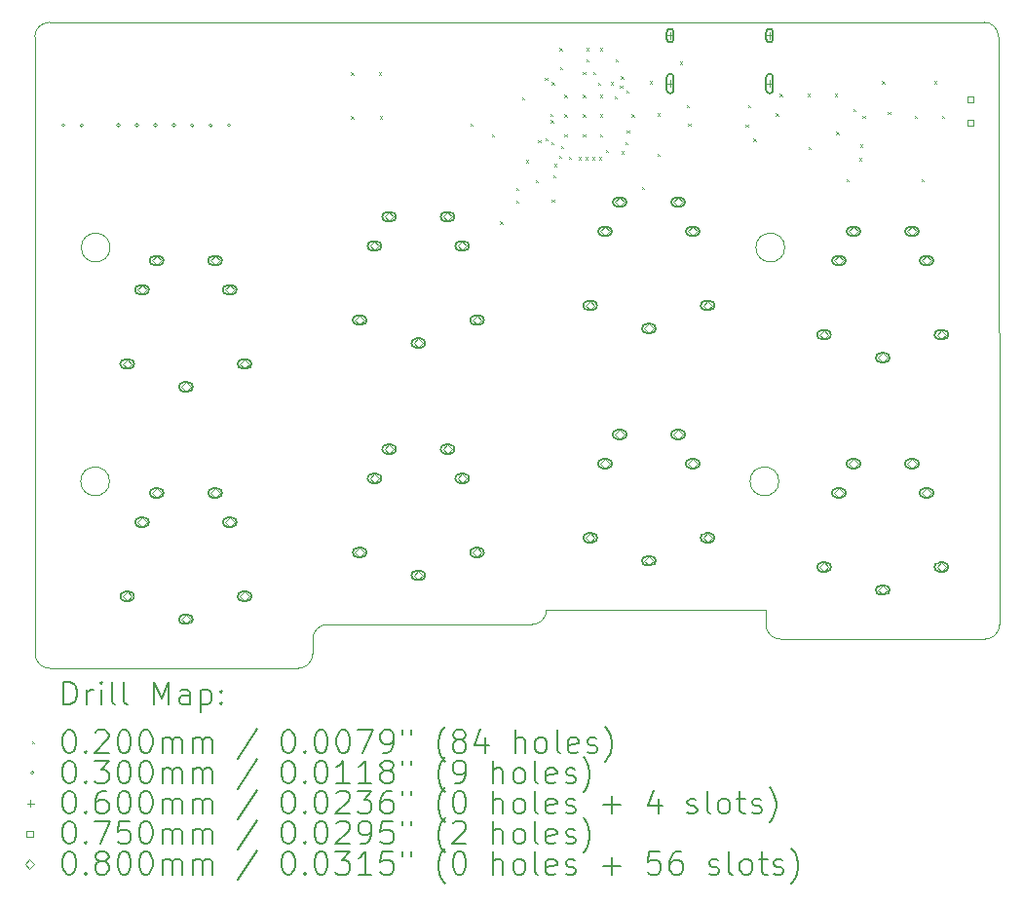
<source format=gbr>
%TF.GenerationSoftware,KiCad,Pcbnew,6.0.7-1.fc36*%
%TF.CreationDate,2022-10-12T21:37:02-05:00*%
%TF.ProjectId,ardux_mini,61726475-785f-46d6-996e-692e6b696361,rev?*%
%TF.SameCoordinates,Original*%
%TF.FileFunction,Drillmap*%
%TF.FilePolarity,Positive*%
%FSLAX45Y45*%
G04 Gerber Fmt 4.5, Leading zero omitted, Abs format (unit mm)*
G04 Created by KiCad (PCBNEW 6.0.7-1.fc36) date 2022-10-12 21:37:02*
%MOMM*%
%LPD*%
G01*
G04 APERTURE LIST*
%ADD10C,0.100000*%
%ADD11C,0.200000*%
%ADD12C,0.020000*%
%ADD13C,0.030000*%
%ADD14C,0.060000*%
%ADD15C,0.075000*%
%ADD16C,0.080000*%
G04 APERTURE END LIST*
D10*
X3948797Y-6553197D02*
G75*
G03*
X3821797Y-6680200I3J-127003D01*
G01*
X3694797Y-6934197D02*
G75*
G03*
X3821797Y-6807200I3J126997D01*
G01*
X7922800Y-3276600D02*
G75*
G03*
X7922800Y-3276600I-125000J0D01*
G01*
X7758797Y-6426200D02*
X7758797Y-6553200D01*
X3821797Y-6807200D02*
X3821797Y-6680200D01*
X9781198Y-1445501D02*
G75*
G03*
X9654195Y-1318501I-127000J0D01*
G01*
X1535797Y-6934200D02*
X3694797Y-6934200D01*
X9654195Y-1318501D02*
X1532000Y-1320000D01*
X5726797Y-6553197D02*
G75*
G03*
X5853797Y-6426200I3J126997D01*
G01*
X1532000Y-1319997D02*
G75*
G03*
X1405000Y-1447000I3J-127003D01*
G01*
X7758800Y-6553200D02*
G75*
G03*
X7885797Y-6680200I127000J0D01*
G01*
X2055400Y-5308600D02*
G75*
G03*
X2055400Y-5308600I-125000J0D01*
G01*
X5853797Y-6426200D02*
X7758797Y-6426200D01*
X1408800Y-6807200D02*
G75*
G03*
X1535797Y-6934200I127000J0D01*
G01*
X3948797Y-6553200D02*
X5726797Y-6553200D01*
X7872000Y-5308600D02*
G75*
G03*
X7872000Y-5308600I-125000J0D01*
G01*
X7885797Y-6680200D02*
X9663797Y-6680200D01*
X9663797Y-6680197D02*
G75*
G03*
X9790797Y-6553200I3J126997D01*
G01*
X9790797Y-6553200D02*
X9781195Y-1445501D01*
X1405000Y-1447000D02*
X1408797Y-6807200D01*
X2060200Y-3276600D02*
G75*
G03*
X2060200Y-3276600I-125000J0D01*
G01*
D11*
D12*
X4154200Y-1755800D02*
X4174200Y-1775800D01*
X4174200Y-1755800D02*
X4154200Y-1775800D01*
X4154200Y-2135800D02*
X4174200Y-2155800D01*
X4174200Y-2135800D02*
X4154200Y-2155800D01*
X4394200Y-1755800D02*
X4414200Y-1775800D01*
X4414200Y-1755800D02*
X4394200Y-1775800D01*
X4404200Y-2135800D02*
X4424200Y-2155800D01*
X4424200Y-2135800D02*
X4404200Y-2155800D01*
X5190000Y-2200000D02*
X5210000Y-2220000D01*
X5210000Y-2200000D02*
X5190000Y-2220000D01*
X5380000Y-2290000D02*
X5400000Y-2310000D01*
X5400000Y-2290000D02*
X5380000Y-2310000D01*
X5450000Y-3050000D02*
X5470000Y-3070000D01*
X5470000Y-3050000D02*
X5450000Y-3070000D01*
X5590000Y-2760000D02*
X5610000Y-2780000D01*
X5610000Y-2760000D02*
X5590000Y-2780000D01*
X5590000Y-2870000D02*
X5610000Y-2890000D01*
X5610000Y-2870000D02*
X5590000Y-2890000D01*
X5639000Y-1970000D02*
X5659000Y-1990000D01*
X5659000Y-1970000D02*
X5639000Y-1990000D01*
X5676460Y-2517407D02*
X5696460Y-2537407D01*
X5696460Y-2517407D02*
X5676460Y-2537407D01*
X5760000Y-2690000D02*
X5780000Y-2710000D01*
X5780000Y-2690000D02*
X5760000Y-2710000D01*
X5780000Y-2341050D02*
X5800000Y-2361050D01*
X5800000Y-2341050D02*
X5780000Y-2361050D01*
X5840000Y-1800000D02*
X5860000Y-1820000D01*
X5860000Y-1800000D02*
X5840000Y-1820000D01*
X5841174Y-2327531D02*
X5861174Y-2347531D01*
X5861174Y-2327531D02*
X5841174Y-2347531D01*
X5885150Y-2112994D02*
X5905150Y-2132994D01*
X5905150Y-2112994D02*
X5885150Y-2132994D01*
X5890000Y-2170000D02*
X5910000Y-2190000D01*
X5910000Y-2170000D02*
X5890000Y-2190000D01*
X5894000Y-2360000D02*
X5914000Y-2380000D01*
X5914000Y-2360000D02*
X5894000Y-2380000D01*
X5900000Y-1840000D02*
X5920000Y-1860000D01*
X5920000Y-1840000D02*
X5900000Y-1860000D01*
X5900000Y-2860000D02*
X5920000Y-2880000D01*
X5920000Y-2860000D02*
X5900000Y-2880000D01*
X5910000Y-2650000D02*
X5930000Y-2670000D01*
X5930000Y-2650000D02*
X5910000Y-2670000D01*
X5920000Y-2550000D02*
X5940000Y-2570000D01*
X5940000Y-2550000D02*
X5920000Y-2570000D01*
X5960000Y-2480000D02*
X5980000Y-2500000D01*
X5980000Y-2480000D02*
X5960000Y-2500000D01*
X5968000Y-1542000D02*
X5988000Y-1562000D01*
X5988000Y-1542000D02*
X5968000Y-1562000D01*
X5970000Y-1710000D02*
X5990000Y-1730000D01*
X5990000Y-1710000D02*
X5970000Y-1730000D01*
X5980000Y-2393900D02*
X6000000Y-2413900D01*
X6000000Y-2393900D02*
X5980000Y-2413900D01*
X6010000Y-1950000D02*
X6030000Y-1970000D01*
X6030000Y-1950000D02*
X6010000Y-1970000D01*
X6010000Y-2120000D02*
X6030000Y-2140000D01*
X6030000Y-2120000D02*
X6010000Y-2140000D01*
X6010000Y-2290000D02*
X6030000Y-2310000D01*
X6030000Y-2290000D02*
X6010000Y-2310000D01*
X6049558Y-2488642D02*
X6069558Y-2508642D01*
X6069558Y-2488642D02*
X6049558Y-2508642D01*
X6130000Y-2490000D02*
X6150000Y-2510000D01*
X6150000Y-2490000D02*
X6130000Y-2510000D01*
X6170000Y-1950000D02*
X6190000Y-1970000D01*
X6190000Y-1950000D02*
X6170000Y-1970000D01*
X6170000Y-2118750D02*
X6190000Y-2138750D01*
X6190000Y-2118750D02*
X6170000Y-2138750D01*
X6170000Y-2290000D02*
X6190000Y-2310000D01*
X6190000Y-2290000D02*
X6170000Y-2310000D01*
X6171187Y-1751400D02*
X6191187Y-1771400D01*
X6191187Y-1751400D02*
X6171187Y-1771400D01*
X6190000Y-2490000D02*
X6210000Y-2510000D01*
X6210000Y-2490000D02*
X6190000Y-2510000D01*
X6198000Y-1542000D02*
X6218000Y-1562000D01*
X6218000Y-1542000D02*
X6198000Y-1562000D01*
X6202000Y-1638000D02*
X6222000Y-1658000D01*
X6222000Y-1638000D02*
X6202000Y-1658000D01*
X6250000Y-2490000D02*
X6270000Y-2510000D01*
X6270000Y-2490000D02*
X6250000Y-2510000D01*
X6260000Y-1751400D02*
X6280000Y-1771400D01*
X6280000Y-1751400D02*
X6260000Y-1771400D01*
X6300000Y-1843600D02*
X6320000Y-1863600D01*
X6320000Y-1843600D02*
X6300000Y-1863600D01*
X6310000Y-2490000D02*
X6330000Y-2510000D01*
X6330000Y-2490000D02*
X6310000Y-2510000D01*
X6318000Y-1542000D02*
X6338000Y-1562000D01*
X6338000Y-1542000D02*
X6318000Y-1562000D01*
X6320000Y-1950000D02*
X6340000Y-1970000D01*
X6340000Y-1950000D02*
X6320000Y-1970000D01*
X6320000Y-2120000D02*
X6340000Y-2140000D01*
X6340000Y-2120000D02*
X6320000Y-2140000D01*
X6320000Y-2290000D02*
X6340000Y-2310000D01*
X6340000Y-2290000D02*
X6320000Y-2310000D01*
X6370000Y-2430000D02*
X6390000Y-2450000D01*
X6390000Y-2430000D02*
X6370000Y-2450000D01*
X6409610Y-1839672D02*
X6429610Y-1859672D01*
X6429610Y-1839672D02*
X6409610Y-1859672D01*
X6444300Y-1960000D02*
X6464300Y-1980000D01*
X6464300Y-1960000D02*
X6444300Y-1980000D01*
X6452000Y-1638000D02*
X6472000Y-1658000D01*
X6472000Y-1638000D02*
X6452000Y-1658000D01*
X6490000Y-1870000D02*
X6510000Y-1890000D01*
X6510000Y-1870000D02*
X6490000Y-1890000D01*
X6500000Y-1790000D02*
X6520000Y-1810000D01*
X6520000Y-1790000D02*
X6500000Y-1810000D01*
X6501600Y-2440000D02*
X6521600Y-2460000D01*
X6521600Y-2440000D02*
X6501600Y-2460000D01*
X6540000Y-2360000D02*
X6560000Y-2380000D01*
X6560000Y-2360000D02*
X6540000Y-2380000D01*
X6546673Y-1908954D02*
X6566673Y-1928954D01*
X6566673Y-1908954D02*
X6546673Y-1928954D01*
X6550000Y-2260000D02*
X6570000Y-2280000D01*
X6570000Y-2260000D02*
X6550000Y-2280000D01*
X6592577Y-2117423D02*
X6612577Y-2137423D01*
X6612577Y-2117423D02*
X6592577Y-2137423D01*
X6680000Y-2750000D02*
X6700000Y-2770000D01*
X6700000Y-2750000D02*
X6680000Y-2770000D01*
X6750000Y-1830000D02*
X6770000Y-1850000D01*
X6770000Y-1830000D02*
X6750000Y-1850000D01*
X6815075Y-2110000D02*
X6835075Y-2130000D01*
X6835075Y-2110000D02*
X6815075Y-2130000D01*
X6820000Y-2460000D02*
X6840000Y-2480000D01*
X6840000Y-2460000D02*
X6820000Y-2480000D01*
X7010000Y-1660000D02*
X7030000Y-1680000D01*
X7030000Y-1660000D02*
X7010000Y-1680000D01*
X7073075Y-2038000D02*
X7093075Y-2058000D01*
X7093075Y-2038000D02*
X7073075Y-2058000D01*
X7085075Y-2200000D02*
X7105075Y-2220000D01*
X7105075Y-2200000D02*
X7085075Y-2220000D01*
X7585075Y-2210000D02*
X7605075Y-2230000D01*
X7605075Y-2210000D02*
X7585075Y-2230000D01*
X7605075Y-2040000D02*
X7625075Y-2060000D01*
X7625075Y-2040000D02*
X7605075Y-2060000D01*
X7650000Y-2330000D02*
X7670000Y-2350000D01*
X7670000Y-2330000D02*
X7650000Y-2350000D01*
X7845075Y-2110000D02*
X7865075Y-2130000D01*
X7865075Y-2110000D02*
X7845075Y-2130000D01*
X7880000Y-1940000D02*
X7900000Y-1960000D01*
X7900000Y-1940000D02*
X7880000Y-1960000D01*
X8120000Y-1940000D02*
X8140000Y-1960000D01*
X8140000Y-1940000D02*
X8120000Y-1960000D01*
X8130000Y-2400000D02*
X8150000Y-2420000D01*
X8150000Y-2400000D02*
X8130000Y-2420000D01*
X8360000Y-1940000D02*
X8380000Y-1960000D01*
X8380000Y-1940000D02*
X8360000Y-1960000D01*
X8370000Y-2270000D02*
X8390000Y-2290000D01*
X8390000Y-2270000D02*
X8370000Y-2290000D01*
X8460000Y-2680000D02*
X8480000Y-2700000D01*
X8480000Y-2680000D02*
X8460000Y-2700000D01*
X8520000Y-2070000D02*
X8540000Y-2090000D01*
X8540000Y-2070000D02*
X8520000Y-2090000D01*
X8570000Y-2500000D02*
X8590000Y-2520000D01*
X8590000Y-2500000D02*
X8570000Y-2520000D01*
X8580000Y-2380000D02*
X8600000Y-2400000D01*
X8600000Y-2380000D02*
X8580000Y-2400000D01*
X8599500Y-2130500D02*
X8619500Y-2150500D01*
X8619500Y-2130500D02*
X8599500Y-2150500D01*
X8770000Y-1830000D02*
X8790000Y-1850000D01*
X8790000Y-1830000D02*
X8770000Y-1850000D01*
X8820000Y-2100000D02*
X8840000Y-2120000D01*
X8840000Y-2100000D02*
X8820000Y-2120000D01*
X9050000Y-2130000D02*
X9070000Y-2150000D01*
X9070000Y-2130000D02*
X9050000Y-2150000D01*
X9110000Y-2680000D02*
X9130000Y-2700000D01*
X9130000Y-2680000D02*
X9110000Y-2700000D01*
X9220000Y-1830000D02*
X9240000Y-1850000D01*
X9240000Y-1830000D02*
X9220000Y-1850000D01*
X9290000Y-2130000D02*
X9310000Y-2150000D01*
X9310000Y-2130000D02*
X9290000Y-2150000D01*
D13*
X1668997Y-2214100D02*
G75*
G03*
X1668997Y-2214100I-15000J0D01*
G01*
X1827997Y-2214100D02*
G75*
G03*
X1827997Y-2214100I-15000J0D01*
G01*
X2148997Y-2214100D02*
G75*
G03*
X2148997Y-2214100I-15000J0D01*
G01*
X2308997Y-2214100D02*
G75*
G03*
X2308997Y-2214100I-15000J0D01*
G01*
X2468997Y-2214100D02*
G75*
G03*
X2468997Y-2214100I-15000J0D01*
G01*
X2628997Y-2214100D02*
G75*
G03*
X2628997Y-2214100I-15000J0D01*
G01*
X2788997Y-2214100D02*
G75*
G03*
X2788997Y-2214100I-15000J0D01*
G01*
X2948997Y-2214100D02*
G75*
G03*
X2948997Y-2214100I-15000J0D01*
G01*
X3108997Y-2214100D02*
G75*
G03*
X3108997Y-2214100I-15000J0D01*
G01*
D14*
X6928229Y-1404187D02*
X6928229Y-1464187D01*
X6898229Y-1434187D02*
X6958229Y-1434187D01*
D11*
X6958229Y-1464187D02*
X6958229Y-1404187D01*
X6898229Y-1464187D02*
X6898229Y-1404187D01*
X6958229Y-1404187D02*
G75*
G03*
X6898229Y-1404187I-30000J0D01*
G01*
X6898229Y-1464187D02*
G75*
G03*
X6958229Y-1464187I30000J0D01*
G01*
D14*
X6928229Y-1822187D02*
X6928229Y-1882187D01*
X6898229Y-1852187D02*
X6958229Y-1852187D01*
D11*
X6958229Y-1907187D02*
X6958229Y-1797187D01*
X6898229Y-1907187D02*
X6898229Y-1797187D01*
X6958229Y-1797187D02*
G75*
G03*
X6898229Y-1797187I-30000J0D01*
G01*
X6898229Y-1907187D02*
G75*
G03*
X6958229Y-1907187I30000J0D01*
G01*
D14*
X7792229Y-1404187D02*
X7792229Y-1464187D01*
X7762229Y-1434187D02*
X7822229Y-1434187D01*
D11*
X7822229Y-1464187D02*
X7822229Y-1404187D01*
X7762229Y-1464187D02*
X7762229Y-1404187D01*
X7822229Y-1404187D02*
G75*
G03*
X7762229Y-1404187I-30000J0D01*
G01*
X7762229Y-1464187D02*
G75*
G03*
X7822229Y-1464187I30000J0D01*
G01*
D14*
X7792229Y-1822187D02*
X7792229Y-1882187D01*
X7762229Y-1852187D02*
X7822229Y-1852187D01*
D11*
X7822229Y-1907187D02*
X7822229Y-1797187D01*
X7762229Y-1907187D02*
X7762229Y-1797187D01*
X7822229Y-1797187D02*
G75*
G03*
X7762229Y-1797187I-30000J0D01*
G01*
X7762229Y-1907187D02*
G75*
G03*
X7822229Y-1907187I30000J0D01*
G01*
D15*
X9561517Y-2016517D02*
X9561517Y-1963483D01*
X9508483Y-1963483D01*
X9508483Y-2016517D01*
X9561517Y-2016517D01*
X9561517Y-2216517D02*
X9561517Y-2163483D01*
X9508483Y-2163483D01*
X9508483Y-2216517D01*
X9561517Y-2216517D01*
D16*
X2209297Y-4328200D02*
X2249297Y-4288200D01*
X2209297Y-4248200D01*
X2169297Y-4288200D01*
X2209297Y-4328200D01*
D11*
X2189297Y-4328200D02*
X2229297Y-4328200D01*
X2189297Y-4248200D02*
X2229297Y-4248200D01*
X2229297Y-4328200D02*
G75*
G03*
X2229297Y-4248200I0J40000D01*
G01*
X2189297Y-4248200D02*
G75*
G03*
X2189297Y-4328200I0J-40000D01*
G01*
D16*
X2209297Y-6348200D02*
X2249297Y-6308200D01*
X2209297Y-6268200D01*
X2169297Y-6308200D01*
X2209297Y-6348200D01*
D11*
X2189297Y-6348200D02*
X2229297Y-6348200D01*
X2189297Y-6268200D02*
X2229297Y-6268200D01*
X2229297Y-6348200D02*
G75*
G03*
X2229297Y-6268200I0J40000D01*
G01*
X2189297Y-6268200D02*
G75*
G03*
X2189297Y-6348200I0J-40000D01*
G01*
D16*
X2338297Y-3684200D02*
X2378297Y-3644200D01*
X2338297Y-3604200D01*
X2298297Y-3644200D01*
X2338297Y-3684200D01*
D11*
X2318297Y-3684200D02*
X2358297Y-3684200D01*
X2318297Y-3604200D02*
X2358297Y-3604200D01*
X2358297Y-3684200D02*
G75*
G03*
X2358297Y-3604200I0J40000D01*
G01*
X2318297Y-3604200D02*
G75*
G03*
X2318297Y-3684200I0J-40000D01*
G01*
D16*
X2338297Y-5704200D02*
X2378297Y-5664200D01*
X2338297Y-5624200D01*
X2298297Y-5664200D01*
X2338297Y-5704200D01*
D11*
X2318297Y-5704200D02*
X2358297Y-5704200D01*
X2318297Y-5624200D02*
X2358297Y-5624200D01*
X2358297Y-5704200D02*
G75*
G03*
X2358297Y-5624200I0J40000D01*
G01*
X2318297Y-5624200D02*
G75*
G03*
X2318297Y-5704200I0J-40000D01*
G01*
D16*
X2465297Y-3430200D02*
X2505297Y-3390200D01*
X2465297Y-3350200D01*
X2425297Y-3390200D01*
X2465297Y-3430200D01*
D11*
X2445297Y-3430200D02*
X2485297Y-3430200D01*
X2445297Y-3350200D02*
X2485297Y-3350200D01*
X2485297Y-3430200D02*
G75*
G03*
X2485297Y-3350200I0J40000D01*
G01*
X2445297Y-3350200D02*
G75*
G03*
X2445297Y-3430200I0J-40000D01*
G01*
D16*
X2465297Y-5450200D02*
X2505297Y-5410200D01*
X2465297Y-5370200D01*
X2425297Y-5410200D01*
X2465297Y-5450200D01*
D11*
X2445297Y-5450200D02*
X2485297Y-5450200D01*
X2445297Y-5370200D02*
X2485297Y-5370200D01*
X2485297Y-5450200D02*
G75*
G03*
X2485297Y-5370200I0J40000D01*
G01*
X2445297Y-5370200D02*
G75*
G03*
X2445297Y-5450200I0J-40000D01*
G01*
D16*
X2719297Y-4528200D02*
X2759297Y-4488200D01*
X2719297Y-4448200D01*
X2679297Y-4488200D01*
X2719297Y-4528200D01*
D11*
X2699297Y-4528200D02*
X2739297Y-4528200D01*
X2699297Y-4448200D02*
X2739297Y-4448200D01*
X2739297Y-4528200D02*
G75*
G03*
X2739297Y-4448200I0J40000D01*
G01*
X2699297Y-4448200D02*
G75*
G03*
X2699297Y-4528200I0J-40000D01*
G01*
D16*
X2719297Y-6548200D02*
X2759297Y-6508200D01*
X2719297Y-6468200D01*
X2679297Y-6508200D01*
X2719297Y-6548200D01*
D11*
X2699297Y-6548200D02*
X2739297Y-6548200D01*
X2699297Y-6468200D02*
X2739297Y-6468200D01*
X2739297Y-6548200D02*
G75*
G03*
X2739297Y-6468200I0J40000D01*
G01*
X2699297Y-6468200D02*
G75*
G03*
X2699297Y-6548200I0J-40000D01*
G01*
D16*
X2973297Y-3430200D02*
X3013297Y-3390200D01*
X2973297Y-3350200D01*
X2933297Y-3390200D01*
X2973297Y-3430200D01*
D11*
X2953297Y-3430200D02*
X2993297Y-3430200D01*
X2953297Y-3350200D02*
X2993297Y-3350200D01*
X2993297Y-3430200D02*
G75*
G03*
X2993297Y-3350200I0J40000D01*
G01*
X2953297Y-3350200D02*
G75*
G03*
X2953297Y-3430200I0J-40000D01*
G01*
D16*
X2973297Y-5450200D02*
X3013297Y-5410200D01*
X2973297Y-5370200D01*
X2933297Y-5410200D01*
X2973297Y-5450200D01*
D11*
X2953297Y-5450200D02*
X2993297Y-5450200D01*
X2953297Y-5370200D02*
X2993297Y-5370200D01*
X2993297Y-5450200D02*
G75*
G03*
X2993297Y-5370200I0J40000D01*
G01*
X2953297Y-5370200D02*
G75*
G03*
X2953297Y-5450200I0J-40000D01*
G01*
D16*
X3100297Y-3684200D02*
X3140297Y-3644200D01*
X3100297Y-3604200D01*
X3060297Y-3644200D01*
X3100297Y-3684200D01*
D11*
X3080297Y-3684200D02*
X3120297Y-3684200D01*
X3080297Y-3604200D02*
X3120297Y-3604200D01*
X3120297Y-3684200D02*
G75*
G03*
X3120297Y-3604200I0J40000D01*
G01*
X3080297Y-3604200D02*
G75*
G03*
X3080297Y-3684200I0J-40000D01*
G01*
D16*
X3100297Y-5704200D02*
X3140297Y-5664200D01*
X3100297Y-5624200D01*
X3060297Y-5664200D01*
X3100297Y-5704200D01*
D11*
X3080297Y-5704200D02*
X3120297Y-5704200D01*
X3080297Y-5624200D02*
X3120297Y-5624200D01*
X3120297Y-5704200D02*
G75*
G03*
X3120297Y-5624200I0J40000D01*
G01*
X3080297Y-5624200D02*
G75*
G03*
X3080297Y-5704200I0J-40000D01*
G01*
D16*
X3229297Y-4328200D02*
X3269297Y-4288200D01*
X3229297Y-4248200D01*
X3189297Y-4288200D01*
X3229297Y-4328200D01*
D11*
X3209297Y-4328200D02*
X3249297Y-4328200D01*
X3209297Y-4248200D02*
X3249297Y-4248200D01*
X3249297Y-4328200D02*
G75*
G03*
X3249297Y-4248200I0J40000D01*
G01*
X3209297Y-4248200D02*
G75*
G03*
X3209297Y-4328200I0J-40000D01*
G01*
D16*
X3229297Y-6348200D02*
X3269297Y-6308200D01*
X3229297Y-6268200D01*
X3189297Y-6308200D01*
X3229297Y-6348200D01*
D11*
X3209297Y-6348200D02*
X3249297Y-6348200D01*
X3209297Y-6268200D02*
X3249297Y-6268200D01*
X3249297Y-6348200D02*
G75*
G03*
X3249297Y-6268200I0J40000D01*
G01*
X3209297Y-6268200D02*
G75*
G03*
X3209297Y-6348200I0J-40000D01*
G01*
D16*
X4229297Y-3947200D02*
X4269297Y-3907200D01*
X4229297Y-3867200D01*
X4189297Y-3907200D01*
X4229297Y-3947200D01*
D11*
X4209297Y-3947200D02*
X4249297Y-3947200D01*
X4209297Y-3867200D02*
X4249297Y-3867200D01*
X4249297Y-3947200D02*
G75*
G03*
X4249297Y-3867200I0J40000D01*
G01*
X4209297Y-3867200D02*
G75*
G03*
X4209297Y-3947200I0J-40000D01*
G01*
D16*
X4229297Y-5967200D02*
X4269297Y-5927200D01*
X4229297Y-5887200D01*
X4189297Y-5927200D01*
X4229297Y-5967200D01*
D11*
X4209297Y-5967200D02*
X4249297Y-5967200D01*
X4209297Y-5887200D02*
X4249297Y-5887200D01*
X4249297Y-5967200D02*
G75*
G03*
X4249297Y-5887200I0J40000D01*
G01*
X4209297Y-5887200D02*
G75*
G03*
X4209297Y-5967200I0J-40000D01*
G01*
D16*
X4358297Y-3303200D02*
X4398297Y-3263200D01*
X4358297Y-3223200D01*
X4318297Y-3263200D01*
X4358297Y-3303200D01*
D11*
X4338297Y-3303200D02*
X4378297Y-3303200D01*
X4338297Y-3223200D02*
X4378297Y-3223200D01*
X4378297Y-3303200D02*
G75*
G03*
X4378297Y-3223200I0J40000D01*
G01*
X4338297Y-3223200D02*
G75*
G03*
X4338297Y-3303200I0J-40000D01*
G01*
D16*
X4358297Y-5323200D02*
X4398297Y-5283200D01*
X4358297Y-5243200D01*
X4318297Y-5283200D01*
X4358297Y-5323200D01*
D11*
X4338297Y-5323200D02*
X4378297Y-5323200D01*
X4338297Y-5243200D02*
X4378297Y-5243200D01*
X4378297Y-5323200D02*
G75*
G03*
X4378297Y-5243200I0J40000D01*
G01*
X4338297Y-5243200D02*
G75*
G03*
X4338297Y-5323200I0J-40000D01*
G01*
D16*
X4485297Y-3049200D02*
X4525297Y-3009200D01*
X4485297Y-2969200D01*
X4445297Y-3009200D01*
X4485297Y-3049200D01*
D11*
X4465297Y-3049200D02*
X4505297Y-3049200D01*
X4465297Y-2969200D02*
X4505297Y-2969200D01*
X4505297Y-3049200D02*
G75*
G03*
X4505297Y-2969200I0J40000D01*
G01*
X4465297Y-2969200D02*
G75*
G03*
X4465297Y-3049200I0J-40000D01*
G01*
D16*
X4485297Y-5069200D02*
X4525297Y-5029200D01*
X4485297Y-4989200D01*
X4445297Y-5029200D01*
X4485297Y-5069200D01*
D11*
X4465297Y-5069200D02*
X4505297Y-5069200D01*
X4465297Y-4989200D02*
X4505297Y-4989200D01*
X4505297Y-5069200D02*
G75*
G03*
X4505297Y-4989200I0J40000D01*
G01*
X4465297Y-4989200D02*
G75*
G03*
X4465297Y-5069200I0J-40000D01*
G01*
D16*
X4739297Y-4147200D02*
X4779297Y-4107200D01*
X4739297Y-4067200D01*
X4699297Y-4107200D01*
X4739297Y-4147200D01*
D11*
X4719297Y-4147200D02*
X4759297Y-4147200D01*
X4719297Y-4067200D02*
X4759297Y-4067200D01*
X4759297Y-4147200D02*
G75*
G03*
X4759297Y-4067200I0J40000D01*
G01*
X4719297Y-4067200D02*
G75*
G03*
X4719297Y-4147200I0J-40000D01*
G01*
D16*
X4739297Y-6167200D02*
X4779297Y-6127200D01*
X4739297Y-6087200D01*
X4699297Y-6127200D01*
X4739297Y-6167200D01*
D11*
X4719297Y-6167200D02*
X4759297Y-6167200D01*
X4719297Y-6087200D02*
X4759297Y-6087200D01*
X4759297Y-6167200D02*
G75*
G03*
X4759297Y-6087200I0J40000D01*
G01*
X4719297Y-6087200D02*
G75*
G03*
X4719297Y-6167200I0J-40000D01*
G01*
D16*
X4993297Y-3049200D02*
X5033297Y-3009200D01*
X4993297Y-2969200D01*
X4953297Y-3009200D01*
X4993297Y-3049200D01*
D11*
X4973297Y-3049200D02*
X5013297Y-3049200D01*
X4973297Y-2969200D02*
X5013297Y-2969200D01*
X5013297Y-3049200D02*
G75*
G03*
X5013297Y-2969200I0J40000D01*
G01*
X4973297Y-2969200D02*
G75*
G03*
X4973297Y-3049200I0J-40000D01*
G01*
D16*
X4993297Y-5069200D02*
X5033297Y-5029200D01*
X4993297Y-4989200D01*
X4953297Y-5029200D01*
X4993297Y-5069200D01*
D11*
X4973297Y-5069200D02*
X5013297Y-5069200D01*
X4973297Y-4989200D02*
X5013297Y-4989200D01*
X5013297Y-5069200D02*
G75*
G03*
X5013297Y-4989200I0J40000D01*
G01*
X4973297Y-4989200D02*
G75*
G03*
X4973297Y-5069200I0J-40000D01*
G01*
D16*
X5120297Y-3303200D02*
X5160297Y-3263200D01*
X5120297Y-3223200D01*
X5080297Y-3263200D01*
X5120297Y-3303200D01*
D11*
X5100297Y-3303200D02*
X5140297Y-3303200D01*
X5100297Y-3223200D02*
X5140297Y-3223200D01*
X5140297Y-3303200D02*
G75*
G03*
X5140297Y-3223200I0J40000D01*
G01*
X5100297Y-3223200D02*
G75*
G03*
X5100297Y-3303200I0J-40000D01*
G01*
D16*
X5120297Y-5323200D02*
X5160297Y-5283200D01*
X5120297Y-5243200D01*
X5080297Y-5283200D01*
X5120297Y-5323200D01*
D11*
X5100297Y-5323200D02*
X5140297Y-5323200D01*
X5100297Y-5243200D02*
X5140297Y-5243200D01*
X5140297Y-5323200D02*
G75*
G03*
X5140297Y-5243200I0J40000D01*
G01*
X5100297Y-5243200D02*
G75*
G03*
X5100297Y-5323200I0J-40000D01*
G01*
D16*
X5249297Y-3947200D02*
X5289297Y-3907200D01*
X5249297Y-3867200D01*
X5209297Y-3907200D01*
X5249297Y-3947200D01*
D11*
X5229297Y-3947200D02*
X5269297Y-3947200D01*
X5229297Y-3867200D02*
X5269297Y-3867200D01*
X5269297Y-3947200D02*
G75*
G03*
X5269297Y-3867200I0J40000D01*
G01*
X5229297Y-3867200D02*
G75*
G03*
X5229297Y-3947200I0J-40000D01*
G01*
D16*
X5249297Y-5967200D02*
X5289297Y-5927200D01*
X5249297Y-5887200D01*
X5209297Y-5927200D01*
X5249297Y-5967200D01*
D11*
X5229297Y-5967200D02*
X5269297Y-5967200D01*
X5229297Y-5887200D02*
X5269297Y-5887200D01*
X5269297Y-5967200D02*
G75*
G03*
X5269297Y-5887200I0J40000D01*
G01*
X5229297Y-5887200D02*
G75*
G03*
X5229297Y-5967200I0J-40000D01*
G01*
D16*
X6232797Y-3820200D02*
X6272797Y-3780200D01*
X6232797Y-3740200D01*
X6192797Y-3780200D01*
X6232797Y-3820200D01*
D11*
X6212797Y-3820200D02*
X6252797Y-3820200D01*
X6212797Y-3740200D02*
X6252797Y-3740200D01*
X6252797Y-3820200D02*
G75*
G03*
X6252797Y-3740200I0J40000D01*
G01*
X6212797Y-3740200D02*
G75*
G03*
X6212797Y-3820200I0J-40000D01*
G01*
D16*
X6232797Y-5840200D02*
X6272797Y-5800200D01*
X6232797Y-5760200D01*
X6192797Y-5800200D01*
X6232797Y-5840200D01*
D11*
X6212797Y-5840200D02*
X6252797Y-5840200D01*
X6212797Y-5760200D02*
X6252797Y-5760200D01*
X6252797Y-5840200D02*
G75*
G03*
X6252797Y-5760200I0J40000D01*
G01*
X6212797Y-5760200D02*
G75*
G03*
X6212797Y-5840200I0J-40000D01*
G01*
D16*
X6361797Y-3176200D02*
X6401797Y-3136200D01*
X6361797Y-3096200D01*
X6321797Y-3136200D01*
X6361797Y-3176200D01*
D11*
X6341797Y-3176200D02*
X6381797Y-3176200D01*
X6341797Y-3096200D02*
X6381797Y-3096200D01*
X6381797Y-3176200D02*
G75*
G03*
X6381797Y-3096200I0J40000D01*
G01*
X6341797Y-3096200D02*
G75*
G03*
X6341797Y-3176200I0J-40000D01*
G01*
D16*
X6361797Y-5196200D02*
X6401797Y-5156200D01*
X6361797Y-5116200D01*
X6321797Y-5156200D01*
X6361797Y-5196200D01*
D11*
X6341797Y-5196200D02*
X6381797Y-5196200D01*
X6341797Y-5116200D02*
X6381797Y-5116200D01*
X6381797Y-5196200D02*
G75*
G03*
X6381797Y-5116200I0J40000D01*
G01*
X6341797Y-5116200D02*
G75*
G03*
X6341797Y-5196200I0J-40000D01*
G01*
D16*
X6488797Y-2922200D02*
X6528797Y-2882200D01*
X6488797Y-2842200D01*
X6448797Y-2882200D01*
X6488797Y-2922200D01*
D11*
X6468797Y-2922200D02*
X6508797Y-2922200D01*
X6468797Y-2842200D02*
X6508797Y-2842200D01*
X6508797Y-2922200D02*
G75*
G03*
X6508797Y-2842200I0J40000D01*
G01*
X6468797Y-2842200D02*
G75*
G03*
X6468797Y-2922200I0J-40000D01*
G01*
D16*
X6488797Y-4942200D02*
X6528797Y-4902200D01*
X6488797Y-4862200D01*
X6448797Y-4902200D01*
X6488797Y-4942200D01*
D11*
X6468797Y-4942200D02*
X6508797Y-4942200D01*
X6468797Y-4862200D02*
X6508797Y-4862200D01*
X6508797Y-4942200D02*
G75*
G03*
X6508797Y-4862200I0J40000D01*
G01*
X6468797Y-4862200D02*
G75*
G03*
X6468797Y-4942200I0J-40000D01*
G01*
D16*
X6742797Y-4020200D02*
X6782797Y-3980200D01*
X6742797Y-3940200D01*
X6702797Y-3980200D01*
X6742797Y-4020200D01*
D11*
X6722797Y-4020200D02*
X6762797Y-4020200D01*
X6722797Y-3940200D02*
X6762797Y-3940200D01*
X6762797Y-4020200D02*
G75*
G03*
X6762797Y-3940200I0J40000D01*
G01*
X6722797Y-3940200D02*
G75*
G03*
X6722797Y-4020200I0J-40000D01*
G01*
D16*
X6742797Y-6040200D02*
X6782797Y-6000200D01*
X6742797Y-5960200D01*
X6702797Y-6000200D01*
X6742797Y-6040200D01*
D11*
X6722797Y-6040200D02*
X6762797Y-6040200D01*
X6722797Y-5960200D02*
X6762797Y-5960200D01*
X6762797Y-6040200D02*
G75*
G03*
X6762797Y-5960200I0J40000D01*
G01*
X6722797Y-5960200D02*
G75*
G03*
X6722797Y-6040200I0J-40000D01*
G01*
D16*
X6996797Y-2922200D02*
X7036797Y-2882200D01*
X6996797Y-2842200D01*
X6956797Y-2882200D01*
X6996797Y-2922200D01*
D11*
X6976797Y-2922200D02*
X7016797Y-2922200D01*
X6976797Y-2842200D02*
X7016797Y-2842200D01*
X7016797Y-2922200D02*
G75*
G03*
X7016797Y-2842200I0J40000D01*
G01*
X6976797Y-2842200D02*
G75*
G03*
X6976797Y-2922200I0J-40000D01*
G01*
D16*
X6996797Y-4942200D02*
X7036797Y-4902200D01*
X6996797Y-4862200D01*
X6956797Y-4902200D01*
X6996797Y-4942200D01*
D11*
X6976797Y-4942200D02*
X7016797Y-4942200D01*
X6976797Y-4862200D02*
X7016797Y-4862200D01*
X7016797Y-4942200D02*
G75*
G03*
X7016797Y-4862200I0J40000D01*
G01*
X6976797Y-4862200D02*
G75*
G03*
X6976797Y-4942200I0J-40000D01*
G01*
D16*
X7123797Y-3176200D02*
X7163797Y-3136200D01*
X7123797Y-3096200D01*
X7083797Y-3136200D01*
X7123797Y-3176200D01*
D11*
X7103797Y-3176200D02*
X7143797Y-3176200D01*
X7103797Y-3096200D02*
X7143797Y-3096200D01*
X7143797Y-3176200D02*
G75*
G03*
X7143797Y-3096200I0J40000D01*
G01*
X7103797Y-3096200D02*
G75*
G03*
X7103797Y-3176200I0J-40000D01*
G01*
D16*
X7123797Y-5196200D02*
X7163797Y-5156200D01*
X7123797Y-5116200D01*
X7083797Y-5156200D01*
X7123797Y-5196200D01*
D11*
X7103797Y-5196200D02*
X7143797Y-5196200D01*
X7103797Y-5116200D02*
X7143797Y-5116200D01*
X7143797Y-5196200D02*
G75*
G03*
X7143797Y-5116200I0J40000D01*
G01*
X7103797Y-5116200D02*
G75*
G03*
X7103797Y-5196200I0J-40000D01*
G01*
D16*
X7252797Y-3820200D02*
X7292797Y-3780200D01*
X7252797Y-3740200D01*
X7212797Y-3780200D01*
X7252797Y-3820200D01*
D11*
X7232797Y-3820200D02*
X7272797Y-3820200D01*
X7232797Y-3740200D02*
X7272797Y-3740200D01*
X7272797Y-3820200D02*
G75*
G03*
X7272797Y-3740200I0J40000D01*
G01*
X7232797Y-3740200D02*
G75*
G03*
X7232797Y-3820200I0J-40000D01*
G01*
D16*
X7252797Y-5840200D02*
X7292797Y-5800200D01*
X7252797Y-5760200D01*
X7212797Y-5800200D01*
X7252797Y-5840200D01*
D11*
X7232797Y-5840200D02*
X7272797Y-5840200D01*
X7232797Y-5760200D02*
X7272797Y-5760200D01*
X7272797Y-5840200D02*
G75*
G03*
X7272797Y-5760200I0J40000D01*
G01*
X7232797Y-5760200D02*
G75*
G03*
X7232797Y-5840200I0J-40000D01*
G01*
D16*
X8264797Y-4074200D02*
X8304797Y-4034200D01*
X8264797Y-3994200D01*
X8224797Y-4034200D01*
X8264797Y-4074200D01*
D11*
X8244797Y-4074200D02*
X8284797Y-4074200D01*
X8244797Y-3994200D02*
X8284797Y-3994200D01*
X8284797Y-4074200D02*
G75*
G03*
X8284797Y-3994200I0J40000D01*
G01*
X8244797Y-3994200D02*
G75*
G03*
X8244797Y-4074200I0J-40000D01*
G01*
D16*
X8264797Y-6094200D02*
X8304797Y-6054200D01*
X8264797Y-6014200D01*
X8224797Y-6054200D01*
X8264797Y-6094200D01*
D11*
X8244797Y-6094200D02*
X8284797Y-6094200D01*
X8244797Y-6014200D02*
X8284797Y-6014200D01*
X8284797Y-6094200D02*
G75*
G03*
X8284797Y-6014200I0J40000D01*
G01*
X8244797Y-6014200D02*
G75*
G03*
X8244797Y-6094200I0J-40000D01*
G01*
D16*
X8393797Y-3430200D02*
X8433797Y-3390200D01*
X8393797Y-3350200D01*
X8353797Y-3390200D01*
X8393797Y-3430200D01*
D11*
X8373797Y-3430200D02*
X8413797Y-3430200D01*
X8373797Y-3350200D02*
X8413797Y-3350200D01*
X8413797Y-3430200D02*
G75*
G03*
X8413797Y-3350200I0J40000D01*
G01*
X8373797Y-3350200D02*
G75*
G03*
X8373797Y-3430200I0J-40000D01*
G01*
D16*
X8393797Y-5450200D02*
X8433797Y-5410200D01*
X8393797Y-5370200D01*
X8353797Y-5410200D01*
X8393797Y-5450200D01*
D11*
X8373797Y-5450200D02*
X8413797Y-5450200D01*
X8373797Y-5370200D02*
X8413797Y-5370200D01*
X8413797Y-5450200D02*
G75*
G03*
X8413797Y-5370200I0J40000D01*
G01*
X8373797Y-5370200D02*
G75*
G03*
X8373797Y-5450200I0J-40000D01*
G01*
D16*
X8520797Y-3176200D02*
X8560797Y-3136200D01*
X8520797Y-3096200D01*
X8480797Y-3136200D01*
X8520797Y-3176200D01*
D11*
X8500797Y-3176200D02*
X8540797Y-3176200D01*
X8500797Y-3096200D02*
X8540797Y-3096200D01*
X8540797Y-3176200D02*
G75*
G03*
X8540797Y-3096200I0J40000D01*
G01*
X8500797Y-3096200D02*
G75*
G03*
X8500797Y-3176200I0J-40000D01*
G01*
D16*
X8520797Y-5196200D02*
X8560797Y-5156200D01*
X8520797Y-5116200D01*
X8480797Y-5156200D01*
X8520797Y-5196200D01*
D11*
X8500797Y-5196200D02*
X8540797Y-5196200D01*
X8500797Y-5116200D02*
X8540797Y-5116200D01*
X8540797Y-5196200D02*
G75*
G03*
X8540797Y-5116200I0J40000D01*
G01*
X8500797Y-5116200D02*
G75*
G03*
X8500797Y-5196200I0J-40000D01*
G01*
D16*
X8774797Y-4274200D02*
X8814797Y-4234200D01*
X8774797Y-4194200D01*
X8734797Y-4234200D01*
X8774797Y-4274200D01*
D11*
X8754797Y-4274200D02*
X8794797Y-4274200D01*
X8754797Y-4194200D02*
X8794797Y-4194200D01*
X8794797Y-4274200D02*
G75*
G03*
X8794797Y-4194200I0J40000D01*
G01*
X8754797Y-4194200D02*
G75*
G03*
X8754797Y-4274200I0J-40000D01*
G01*
D16*
X8774797Y-6294200D02*
X8814797Y-6254200D01*
X8774797Y-6214200D01*
X8734797Y-6254200D01*
X8774797Y-6294200D01*
D11*
X8754797Y-6294200D02*
X8794797Y-6294200D01*
X8754797Y-6214200D02*
X8794797Y-6214200D01*
X8794797Y-6294200D02*
G75*
G03*
X8794797Y-6214200I0J40000D01*
G01*
X8754797Y-6214200D02*
G75*
G03*
X8754797Y-6294200I0J-40000D01*
G01*
D16*
X9028797Y-3176200D02*
X9068797Y-3136200D01*
X9028797Y-3096200D01*
X8988797Y-3136200D01*
X9028797Y-3176200D01*
D11*
X9008797Y-3176200D02*
X9048797Y-3176200D01*
X9008797Y-3096200D02*
X9048797Y-3096200D01*
X9048797Y-3176200D02*
G75*
G03*
X9048797Y-3096200I0J40000D01*
G01*
X9008797Y-3096200D02*
G75*
G03*
X9008797Y-3176200I0J-40000D01*
G01*
D16*
X9028797Y-5196200D02*
X9068797Y-5156200D01*
X9028797Y-5116200D01*
X8988797Y-5156200D01*
X9028797Y-5196200D01*
D11*
X9008797Y-5196200D02*
X9048797Y-5196200D01*
X9008797Y-5116200D02*
X9048797Y-5116200D01*
X9048797Y-5196200D02*
G75*
G03*
X9048797Y-5116200I0J40000D01*
G01*
X9008797Y-5116200D02*
G75*
G03*
X9008797Y-5196200I0J-40000D01*
G01*
D16*
X9155797Y-3430200D02*
X9195797Y-3390200D01*
X9155797Y-3350200D01*
X9115797Y-3390200D01*
X9155797Y-3430200D01*
D11*
X9135797Y-3430200D02*
X9175797Y-3430200D01*
X9135797Y-3350200D02*
X9175797Y-3350200D01*
X9175797Y-3430200D02*
G75*
G03*
X9175797Y-3350200I0J40000D01*
G01*
X9135797Y-3350200D02*
G75*
G03*
X9135797Y-3430200I0J-40000D01*
G01*
D16*
X9155797Y-5450200D02*
X9195797Y-5410200D01*
X9155797Y-5370200D01*
X9115797Y-5410200D01*
X9155797Y-5450200D01*
D11*
X9135797Y-5450200D02*
X9175797Y-5450200D01*
X9135797Y-5370200D02*
X9175797Y-5370200D01*
X9175797Y-5450200D02*
G75*
G03*
X9175797Y-5370200I0J40000D01*
G01*
X9135797Y-5370200D02*
G75*
G03*
X9135797Y-5450200I0J-40000D01*
G01*
D16*
X9284797Y-4074200D02*
X9324797Y-4034200D01*
X9284797Y-3994200D01*
X9244797Y-4034200D01*
X9284797Y-4074200D01*
D11*
X9264797Y-4074200D02*
X9304797Y-4074200D01*
X9264797Y-3994200D02*
X9304797Y-3994200D01*
X9304797Y-4074200D02*
G75*
G03*
X9304797Y-3994200I0J40000D01*
G01*
X9264797Y-3994200D02*
G75*
G03*
X9264797Y-4074200I0J-40000D01*
G01*
D16*
X9284797Y-6094200D02*
X9324797Y-6054200D01*
X9284797Y-6014200D01*
X9244797Y-6054200D01*
X9284797Y-6094200D01*
D11*
X9264797Y-6094200D02*
X9304797Y-6094200D01*
X9264797Y-6014200D02*
X9304797Y-6014200D01*
X9304797Y-6094200D02*
G75*
G03*
X9304797Y-6014200I0J40000D01*
G01*
X9264797Y-6014200D02*
G75*
G03*
X9264797Y-6094200I0J-40000D01*
G01*
X1657619Y-7249676D02*
X1657619Y-7049676D01*
X1705238Y-7049676D01*
X1733809Y-7059200D01*
X1752857Y-7078248D01*
X1762381Y-7097295D01*
X1771905Y-7135390D01*
X1771905Y-7163962D01*
X1762381Y-7202057D01*
X1752857Y-7221105D01*
X1733809Y-7240152D01*
X1705238Y-7249676D01*
X1657619Y-7249676D01*
X1857619Y-7249676D02*
X1857619Y-7116343D01*
X1857619Y-7154438D02*
X1867143Y-7135390D01*
X1876667Y-7125867D01*
X1895714Y-7116343D01*
X1914762Y-7116343D01*
X1981428Y-7249676D02*
X1981428Y-7116343D01*
X1981428Y-7049676D02*
X1971905Y-7059200D01*
X1981428Y-7068724D01*
X1990952Y-7059200D01*
X1981428Y-7049676D01*
X1981428Y-7068724D01*
X2105238Y-7249676D02*
X2086190Y-7240152D01*
X2076667Y-7221105D01*
X2076667Y-7049676D01*
X2210000Y-7249676D02*
X2190952Y-7240152D01*
X2181429Y-7221105D01*
X2181429Y-7049676D01*
X2438571Y-7249676D02*
X2438571Y-7049676D01*
X2505238Y-7192533D01*
X2571905Y-7049676D01*
X2571905Y-7249676D01*
X2752857Y-7249676D02*
X2752857Y-7144914D01*
X2743333Y-7125867D01*
X2724286Y-7116343D01*
X2686190Y-7116343D01*
X2667143Y-7125867D01*
X2752857Y-7240152D02*
X2733810Y-7249676D01*
X2686190Y-7249676D01*
X2667143Y-7240152D01*
X2657619Y-7221105D01*
X2657619Y-7202057D01*
X2667143Y-7183009D01*
X2686190Y-7173486D01*
X2733810Y-7173486D01*
X2752857Y-7163962D01*
X2848095Y-7116343D02*
X2848095Y-7316343D01*
X2848095Y-7125867D02*
X2867143Y-7116343D01*
X2905238Y-7116343D01*
X2924286Y-7125867D01*
X2933809Y-7135390D01*
X2943333Y-7154438D01*
X2943333Y-7211581D01*
X2933809Y-7230628D01*
X2924286Y-7240152D01*
X2905238Y-7249676D01*
X2867143Y-7249676D01*
X2848095Y-7240152D01*
X3029048Y-7230628D02*
X3038571Y-7240152D01*
X3029048Y-7249676D01*
X3019524Y-7240152D01*
X3029048Y-7230628D01*
X3029048Y-7249676D01*
X3029048Y-7125867D02*
X3038571Y-7135390D01*
X3029048Y-7144914D01*
X3019524Y-7135390D01*
X3029048Y-7125867D01*
X3029048Y-7144914D01*
D12*
X1380000Y-7569200D02*
X1400000Y-7589200D01*
X1400000Y-7569200D02*
X1380000Y-7589200D01*
D11*
X1695714Y-7469676D02*
X1714762Y-7469676D01*
X1733809Y-7479200D01*
X1743333Y-7488724D01*
X1752857Y-7507771D01*
X1762381Y-7545867D01*
X1762381Y-7593486D01*
X1752857Y-7631581D01*
X1743333Y-7650628D01*
X1733809Y-7660152D01*
X1714762Y-7669676D01*
X1695714Y-7669676D01*
X1676667Y-7660152D01*
X1667143Y-7650628D01*
X1657619Y-7631581D01*
X1648095Y-7593486D01*
X1648095Y-7545867D01*
X1657619Y-7507771D01*
X1667143Y-7488724D01*
X1676667Y-7479200D01*
X1695714Y-7469676D01*
X1848095Y-7650628D02*
X1857619Y-7660152D01*
X1848095Y-7669676D01*
X1838571Y-7660152D01*
X1848095Y-7650628D01*
X1848095Y-7669676D01*
X1933809Y-7488724D02*
X1943333Y-7479200D01*
X1962381Y-7469676D01*
X2010000Y-7469676D01*
X2029048Y-7479200D01*
X2038571Y-7488724D01*
X2048095Y-7507771D01*
X2048095Y-7526819D01*
X2038571Y-7555390D01*
X1924286Y-7669676D01*
X2048095Y-7669676D01*
X2171905Y-7469676D02*
X2190952Y-7469676D01*
X2210000Y-7479200D01*
X2219524Y-7488724D01*
X2229048Y-7507771D01*
X2238571Y-7545867D01*
X2238571Y-7593486D01*
X2229048Y-7631581D01*
X2219524Y-7650628D01*
X2210000Y-7660152D01*
X2190952Y-7669676D01*
X2171905Y-7669676D01*
X2152857Y-7660152D01*
X2143333Y-7650628D01*
X2133810Y-7631581D01*
X2124286Y-7593486D01*
X2124286Y-7545867D01*
X2133810Y-7507771D01*
X2143333Y-7488724D01*
X2152857Y-7479200D01*
X2171905Y-7469676D01*
X2362381Y-7469676D02*
X2381429Y-7469676D01*
X2400476Y-7479200D01*
X2410000Y-7488724D01*
X2419524Y-7507771D01*
X2429048Y-7545867D01*
X2429048Y-7593486D01*
X2419524Y-7631581D01*
X2410000Y-7650628D01*
X2400476Y-7660152D01*
X2381429Y-7669676D01*
X2362381Y-7669676D01*
X2343333Y-7660152D01*
X2333810Y-7650628D01*
X2324286Y-7631581D01*
X2314762Y-7593486D01*
X2314762Y-7545867D01*
X2324286Y-7507771D01*
X2333810Y-7488724D01*
X2343333Y-7479200D01*
X2362381Y-7469676D01*
X2514762Y-7669676D02*
X2514762Y-7536343D01*
X2514762Y-7555390D02*
X2524286Y-7545867D01*
X2543333Y-7536343D01*
X2571905Y-7536343D01*
X2590952Y-7545867D01*
X2600476Y-7564914D01*
X2600476Y-7669676D01*
X2600476Y-7564914D02*
X2610000Y-7545867D01*
X2629048Y-7536343D01*
X2657619Y-7536343D01*
X2676667Y-7545867D01*
X2686190Y-7564914D01*
X2686190Y-7669676D01*
X2781429Y-7669676D02*
X2781429Y-7536343D01*
X2781429Y-7555390D02*
X2790952Y-7545867D01*
X2810000Y-7536343D01*
X2838571Y-7536343D01*
X2857619Y-7545867D01*
X2867143Y-7564914D01*
X2867143Y-7669676D01*
X2867143Y-7564914D02*
X2876667Y-7545867D01*
X2895714Y-7536343D01*
X2924286Y-7536343D01*
X2943333Y-7545867D01*
X2952857Y-7564914D01*
X2952857Y-7669676D01*
X3343333Y-7460152D02*
X3171905Y-7717295D01*
X3600476Y-7469676D02*
X3619524Y-7469676D01*
X3638571Y-7479200D01*
X3648095Y-7488724D01*
X3657619Y-7507771D01*
X3667143Y-7545867D01*
X3667143Y-7593486D01*
X3657619Y-7631581D01*
X3648095Y-7650628D01*
X3638571Y-7660152D01*
X3619524Y-7669676D01*
X3600476Y-7669676D01*
X3581428Y-7660152D01*
X3571905Y-7650628D01*
X3562381Y-7631581D01*
X3552857Y-7593486D01*
X3552857Y-7545867D01*
X3562381Y-7507771D01*
X3571905Y-7488724D01*
X3581428Y-7479200D01*
X3600476Y-7469676D01*
X3752857Y-7650628D02*
X3762381Y-7660152D01*
X3752857Y-7669676D01*
X3743333Y-7660152D01*
X3752857Y-7650628D01*
X3752857Y-7669676D01*
X3886190Y-7469676D02*
X3905238Y-7469676D01*
X3924286Y-7479200D01*
X3933809Y-7488724D01*
X3943333Y-7507771D01*
X3952857Y-7545867D01*
X3952857Y-7593486D01*
X3943333Y-7631581D01*
X3933809Y-7650628D01*
X3924286Y-7660152D01*
X3905238Y-7669676D01*
X3886190Y-7669676D01*
X3867143Y-7660152D01*
X3857619Y-7650628D01*
X3848095Y-7631581D01*
X3838571Y-7593486D01*
X3838571Y-7545867D01*
X3848095Y-7507771D01*
X3857619Y-7488724D01*
X3867143Y-7479200D01*
X3886190Y-7469676D01*
X4076667Y-7469676D02*
X4095714Y-7469676D01*
X4114762Y-7479200D01*
X4124286Y-7488724D01*
X4133809Y-7507771D01*
X4143333Y-7545867D01*
X4143333Y-7593486D01*
X4133809Y-7631581D01*
X4124286Y-7650628D01*
X4114762Y-7660152D01*
X4095714Y-7669676D01*
X4076667Y-7669676D01*
X4057619Y-7660152D01*
X4048095Y-7650628D01*
X4038571Y-7631581D01*
X4029048Y-7593486D01*
X4029048Y-7545867D01*
X4038571Y-7507771D01*
X4048095Y-7488724D01*
X4057619Y-7479200D01*
X4076667Y-7469676D01*
X4210000Y-7469676D02*
X4343333Y-7469676D01*
X4257619Y-7669676D01*
X4429048Y-7669676D02*
X4467143Y-7669676D01*
X4486190Y-7660152D01*
X4495714Y-7650628D01*
X4514762Y-7622057D01*
X4524286Y-7583962D01*
X4524286Y-7507771D01*
X4514762Y-7488724D01*
X4505238Y-7479200D01*
X4486190Y-7469676D01*
X4448095Y-7469676D01*
X4429048Y-7479200D01*
X4419524Y-7488724D01*
X4410000Y-7507771D01*
X4410000Y-7555390D01*
X4419524Y-7574438D01*
X4429048Y-7583962D01*
X4448095Y-7593486D01*
X4486190Y-7593486D01*
X4505238Y-7583962D01*
X4514762Y-7574438D01*
X4524286Y-7555390D01*
X4600476Y-7469676D02*
X4600476Y-7507771D01*
X4676667Y-7469676D02*
X4676667Y-7507771D01*
X4971905Y-7745867D02*
X4962381Y-7736343D01*
X4943333Y-7707771D01*
X4933810Y-7688724D01*
X4924286Y-7660152D01*
X4914762Y-7612533D01*
X4914762Y-7574438D01*
X4924286Y-7526819D01*
X4933810Y-7498248D01*
X4943333Y-7479200D01*
X4962381Y-7450628D01*
X4971905Y-7441105D01*
X5076667Y-7555390D02*
X5057619Y-7545867D01*
X5048095Y-7536343D01*
X5038571Y-7517295D01*
X5038571Y-7507771D01*
X5048095Y-7488724D01*
X5057619Y-7479200D01*
X5076667Y-7469676D01*
X5114762Y-7469676D01*
X5133810Y-7479200D01*
X5143333Y-7488724D01*
X5152857Y-7507771D01*
X5152857Y-7517295D01*
X5143333Y-7536343D01*
X5133810Y-7545867D01*
X5114762Y-7555390D01*
X5076667Y-7555390D01*
X5057619Y-7564914D01*
X5048095Y-7574438D01*
X5038571Y-7593486D01*
X5038571Y-7631581D01*
X5048095Y-7650628D01*
X5057619Y-7660152D01*
X5076667Y-7669676D01*
X5114762Y-7669676D01*
X5133810Y-7660152D01*
X5143333Y-7650628D01*
X5152857Y-7631581D01*
X5152857Y-7593486D01*
X5143333Y-7574438D01*
X5133810Y-7564914D01*
X5114762Y-7555390D01*
X5324286Y-7536343D02*
X5324286Y-7669676D01*
X5276667Y-7460152D02*
X5229048Y-7603009D01*
X5352857Y-7603009D01*
X5581429Y-7669676D02*
X5581429Y-7469676D01*
X5667143Y-7669676D02*
X5667143Y-7564914D01*
X5657619Y-7545867D01*
X5638571Y-7536343D01*
X5610000Y-7536343D01*
X5590952Y-7545867D01*
X5581429Y-7555390D01*
X5790952Y-7669676D02*
X5771905Y-7660152D01*
X5762381Y-7650628D01*
X5752857Y-7631581D01*
X5752857Y-7574438D01*
X5762381Y-7555390D01*
X5771905Y-7545867D01*
X5790952Y-7536343D01*
X5819524Y-7536343D01*
X5838571Y-7545867D01*
X5848095Y-7555390D01*
X5857619Y-7574438D01*
X5857619Y-7631581D01*
X5848095Y-7650628D01*
X5838571Y-7660152D01*
X5819524Y-7669676D01*
X5790952Y-7669676D01*
X5971905Y-7669676D02*
X5952857Y-7660152D01*
X5943333Y-7641105D01*
X5943333Y-7469676D01*
X6124286Y-7660152D02*
X6105238Y-7669676D01*
X6067143Y-7669676D01*
X6048095Y-7660152D01*
X6038571Y-7641105D01*
X6038571Y-7564914D01*
X6048095Y-7545867D01*
X6067143Y-7536343D01*
X6105238Y-7536343D01*
X6124286Y-7545867D01*
X6133809Y-7564914D01*
X6133809Y-7583962D01*
X6038571Y-7603009D01*
X6210000Y-7660152D02*
X6229048Y-7669676D01*
X6267143Y-7669676D01*
X6286190Y-7660152D01*
X6295714Y-7641105D01*
X6295714Y-7631581D01*
X6286190Y-7612533D01*
X6267143Y-7603009D01*
X6238571Y-7603009D01*
X6219524Y-7593486D01*
X6210000Y-7574438D01*
X6210000Y-7564914D01*
X6219524Y-7545867D01*
X6238571Y-7536343D01*
X6267143Y-7536343D01*
X6286190Y-7545867D01*
X6362381Y-7745867D02*
X6371905Y-7736343D01*
X6390952Y-7707771D01*
X6400476Y-7688724D01*
X6410000Y-7660152D01*
X6419524Y-7612533D01*
X6419524Y-7574438D01*
X6410000Y-7526819D01*
X6400476Y-7498248D01*
X6390952Y-7479200D01*
X6371905Y-7450628D01*
X6362381Y-7441105D01*
D13*
X1400000Y-7843200D02*
G75*
G03*
X1400000Y-7843200I-15000J0D01*
G01*
D11*
X1695714Y-7733676D02*
X1714762Y-7733676D01*
X1733809Y-7743200D01*
X1743333Y-7752724D01*
X1752857Y-7771771D01*
X1762381Y-7809867D01*
X1762381Y-7857486D01*
X1752857Y-7895581D01*
X1743333Y-7914628D01*
X1733809Y-7924152D01*
X1714762Y-7933676D01*
X1695714Y-7933676D01*
X1676667Y-7924152D01*
X1667143Y-7914628D01*
X1657619Y-7895581D01*
X1648095Y-7857486D01*
X1648095Y-7809867D01*
X1657619Y-7771771D01*
X1667143Y-7752724D01*
X1676667Y-7743200D01*
X1695714Y-7733676D01*
X1848095Y-7914628D02*
X1857619Y-7924152D01*
X1848095Y-7933676D01*
X1838571Y-7924152D01*
X1848095Y-7914628D01*
X1848095Y-7933676D01*
X1924286Y-7733676D02*
X2048095Y-7733676D01*
X1981428Y-7809867D01*
X2010000Y-7809867D01*
X2029048Y-7819390D01*
X2038571Y-7828914D01*
X2048095Y-7847962D01*
X2048095Y-7895581D01*
X2038571Y-7914628D01*
X2029048Y-7924152D01*
X2010000Y-7933676D01*
X1952857Y-7933676D01*
X1933809Y-7924152D01*
X1924286Y-7914628D01*
X2171905Y-7733676D02*
X2190952Y-7733676D01*
X2210000Y-7743200D01*
X2219524Y-7752724D01*
X2229048Y-7771771D01*
X2238571Y-7809867D01*
X2238571Y-7857486D01*
X2229048Y-7895581D01*
X2219524Y-7914628D01*
X2210000Y-7924152D01*
X2190952Y-7933676D01*
X2171905Y-7933676D01*
X2152857Y-7924152D01*
X2143333Y-7914628D01*
X2133810Y-7895581D01*
X2124286Y-7857486D01*
X2124286Y-7809867D01*
X2133810Y-7771771D01*
X2143333Y-7752724D01*
X2152857Y-7743200D01*
X2171905Y-7733676D01*
X2362381Y-7733676D02*
X2381429Y-7733676D01*
X2400476Y-7743200D01*
X2410000Y-7752724D01*
X2419524Y-7771771D01*
X2429048Y-7809867D01*
X2429048Y-7857486D01*
X2419524Y-7895581D01*
X2410000Y-7914628D01*
X2400476Y-7924152D01*
X2381429Y-7933676D01*
X2362381Y-7933676D01*
X2343333Y-7924152D01*
X2333810Y-7914628D01*
X2324286Y-7895581D01*
X2314762Y-7857486D01*
X2314762Y-7809867D01*
X2324286Y-7771771D01*
X2333810Y-7752724D01*
X2343333Y-7743200D01*
X2362381Y-7733676D01*
X2514762Y-7933676D02*
X2514762Y-7800343D01*
X2514762Y-7819390D02*
X2524286Y-7809867D01*
X2543333Y-7800343D01*
X2571905Y-7800343D01*
X2590952Y-7809867D01*
X2600476Y-7828914D01*
X2600476Y-7933676D01*
X2600476Y-7828914D02*
X2610000Y-7809867D01*
X2629048Y-7800343D01*
X2657619Y-7800343D01*
X2676667Y-7809867D01*
X2686190Y-7828914D01*
X2686190Y-7933676D01*
X2781429Y-7933676D02*
X2781429Y-7800343D01*
X2781429Y-7819390D02*
X2790952Y-7809867D01*
X2810000Y-7800343D01*
X2838571Y-7800343D01*
X2857619Y-7809867D01*
X2867143Y-7828914D01*
X2867143Y-7933676D01*
X2867143Y-7828914D02*
X2876667Y-7809867D01*
X2895714Y-7800343D01*
X2924286Y-7800343D01*
X2943333Y-7809867D01*
X2952857Y-7828914D01*
X2952857Y-7933676D01*
X3343333Y-7724152D02*
X3171905Y-7981295D01*
X3600476Y-7733676D02*
X3619524Y-7733676D01*
X3638571Y-7743200D01*
X3648095Y-7752724D01*
X3657619Y-7771771D01*
X3667143Y-7809867D01*
X3667143Y-7857486D01*
X3657619Y-7895581D01*
X3648095Y-7914628D01*
X3638571Y-7924152D01*
X3619524Y-7933676D01*
X3600476Y-7933676D01*
X3581428Y-7924152D01*
X3571905Y-7914628D01*
X3562381Y-7895581D01*
X3552857Y-7857486D01*
X3552857Y-7809867D01*
X3562381Y-7771771D01*
X3571905Y-7752724D01*
X3581428Y-7743200D01*
X3600476Y-7733676D01*
X3752857Y-7914628D02*
X3762381Y-7924152D01*
X3752857Y-7933676D01*
X3743333Y-7924152D01*
X3752857Y-7914628D01*
X3752857Y-7933676D01*
X3886190Y-7733676D02*
X3905238Y-7733676D01*
X3924286Y-7743200D01*
X3933809Y-7752724D01*
X3943333Y-7771771D01*
X3952857Y-7809867D01*
X3952857Y-7857486D01*
X3943333Y-7895581D01*
X3933809Y-7914628D01*
X3924286Y-7924152D01*
X3905238Y-7933676D01*
X3886190Y-7933676D01*
X3867143Y-7924152D01*
X3857619Y-7914628D01*
X3848095Y-7895581D01*
X3838571Y-7857486D01*
X3838571Y-7809867D01*
X3848095Y-7771771D01*
X3857619Y-7752724D01*
X3867143Y-7743200D01*
X3886190Y-7733676D01*
X4143333Y-7933676D02*
X4029048Y-7933676D01*
X4086190Y-7933676D02*
X4086190Y-7733676D01*
X4067143Y-7762248D01*
X4048095Y-7781295D01*
X4029048Y-7790819D01*
X4333810Y-7933676D02*
X4219524Y-7933676D01*
X4276667Y-7933676D02*
X4276667Y-7733676D01*
X4257619Y-7762248D01*
X4238571Y-7781295D01*
X4219524Y-7790819D01*
X4448095Y-7819390D02*
X4429048Y-7809867D01*
X4419524Y-7800343D01*
X4410000Y-7781295D01*
X4410000Y-7771771D01*
X4419524Y-7752724D01*
X4429048Y-7743200D01*
X4448095Y-7733676D01*
X4486190Y-7733676D01*
X4505238Y-7743200D01*
X4514762Y-7752724D01*
X4524286Y-7771771D01*
X4524286Y-7781295D01*
X4514762Y-7800343D01*
X4505238Y-7809867D01*
X4486190Y-7819390D01*
X4448095Y-7819390D01*
X4429048Y-7828914D01*
X4419524Y-7838438D01*
X4410000Y-7857486D01*
X4410000Y-7895581D01*
X4419524Y-7914628D01*
X4429048Y-7924152D01*
X4448095Y-7933676D01*
X4486190Y-7933676D01*
X4505238Y-7924152D01*
X4514762Y-7914628D01*
X4524286Y-7895581D01*
X4524286Y-7857486D01*
X4514762Y-7838438D01*
X4505238Y-7828914D01*
X4486190Y-7819390D01*
X4600476Y-7733676D02*
X4600476Y-7771771D01*
X4676667Y-7733676D02*
X4676667Y-7771771D01*
X4971905Y-8009867D02*
X4962381Y-8000343D01*
X4943333Y-7971771D01*
X4933810Y-7952724D01*
X4924286Y-7924152D01*
X4914762Y-7876533D01*
X4914762Y-7838438D01*
X4924286Y-7790819D01*
X4933810Y-7762248D01*
X4943333Y-7743200D01*
X4962381Y-7714628D01*
X4971905Y-7705105D01*
X5057619Y-7933676D02*
X5095714Y-7933676D01*
X5114762Y-7924152D01*
X5124286Y-7914628D01*
X5143333Y-7886057D01*
X5152857Y-7847962D01*
X5152857Y-7771771D01*
X5143333Y-7752724D01*
X5133810Y-7743200D01*
X5114762Y-7733676D01*
X5076667Y-7733676D01*
X5057619Y-7743200D01*
X5048095Y-7752724D01*
X5038571Y-7771771D01*
X5038571Y-7819390D01*
X5048095Y-7838438D01*
X5057619Y-7847962D01*
X5076667Y-7857486D01*
X5114762Y-7857486D01*
X5133810Y-7847962D01*
X5143333Y-7838438D01*
X5152857Y-7819390D01*
X5390952Y-7933676D02*
X5390952Y-7733676D01*
X5476667Y-7933676D02*
X5476667Y-7828914D01*
X5467143Y-7809867D01*
X5448095Y-7800343D01*
X5419524Y-7800343D01*
X5400476Y-7809867D01*
X5390952Y-7819390D01*
X5600476Y-7933676D02*
X5581429Y-7924152D01*
X5571905Y-7914628D01*
X5562381Y-7895581D01*
X5562381Y-7838438D01*
X5571905Y-7819390D01*
X5581429Y-7809867D01*
X5600476Y-7800343D01*
X5629048Y-7800343D01*
X5648095Y-7809867D01*
X5657619Y-7819390D01*
X5667143Y-7838438D01*
X5667143Y-7895581D01*
X5657619Y-7914628D01*
X5648095Y-7924152D01*
X5629048Y-7933676D01*
X5600476Y-7933676D01*
X5781428Y-7933676D02*
X5762381Y-7924152D01*
X5752857Y-7905105D01*
X5752857Y-7733676D01*
X5933809Y-7924152D02*
X5914762Y-7933676D01*
X5876667Y-7933676D01*
X5857619Y-7924152D01*
X5848095Y-7905105D01*
X5848095Y-7828914D01*
X5857619Y-7809867D01*
X5876667Y-7800343D01*
X5914762Y-7800343D01*
X5933809Y-7809867D01*
X5943333Y-7828914D01*
X5943333Y-7847962D01*
X5848095Y-7867009D01*
X6019524Y-7924152D02*
X6038571Y-7933676D01*
X6076667Y-7933676D01*
X6095714Y-7924152D01*
X6105238Y-7905105D01*
X6105238Y-7895581D01*
X6095714Y-7876533D01*
X6076667Y-7867009D01*
X6048095Y-7867009D01*
X6029048Y-7857486D01*
X6019524Y-7838438D01*
X6019524Y-7828914D01*
X6029048Y-7809867D01*
X6048095Y-7800343D01*
X6076667Y-7800343D01*
X6095714Y-7809867D01*
X6171905Y-8009867D02*
X6181428Y-8000343D01*
X6200476Y-7971771D01*
X6210000Y-7952724D01*
X6219524Y-7924152D01*
X6229048Y-7876533D01*
X6229048Y-7838438D01*
X6219524Y-7790819D01*
X6210000Y-7762248D01*
X6200476Y-7743200D01*
X6181428Y-7714628D01*
X6171905Y-7705105D01*
D14*
X1370000Y-8077200D02*
X1370000Y-8137200D01*
X1340000Y-8107200D02*
X1400000Y-8107200D01*
D11*
X1695714Y-7997676D02*
X1714762Y-7997676D01*
X1733809Y-8007200D01*
X1743333Y-8016724D01*
X1752857Y-8035771D01*
X1762381Y-8073867D01*
X1762381Y-8121486D01*
X1752857Y-8159581D01*
X1743333Y-8178628D01*
X1733809Y-8188152D01*
X1714762Y-8197676D01*
X1695714Y-8197676D01*
X1676667Y-8188152D01*
X1667143Y-8178628D01*
X1657619Y-8159581D01*
X1648095Y-8121486D01*
X1648095Y-8073867D01*
X1657619Y-8035771D01*
X1667143Y-8016724D01*
X1676667Y-8007200D01*
X1695714Y-7997676D01*
X1848095Y-8178628D02*
X1857619Y-8188152D01*
X1848095Y-8197676D01*
X1838571Y-8188152D01*
X1848095Y-8178628D01*
X1848095Y-8197676D01*
X2029048Y-7997676D02*
X1990952Y-7997676D01*
X1971905Y-8007200D01*
X1962381Y-8016724D01*
X1943333Y-8045295D01*
X1933809Y-8083390D01*
X1933809Y-8159581D01*
X1943333Y-8178628D01*
X1952857Y-8188152D01*
X1971905Y-8197676D01*
X2010000Y-8197676D01*
X2029048Y-8188152D01*
X2038571Y-8178628D01*
X2048095Y-8159581D01*
X2048095Y-8111962D01*
X2038571Y-8092914D01*
X2029048Y-8083390D01*
X2010000Y-8073867D01*
X1971905Y-8073867D01*
X1952857Y-8083390D01*
X1943333Y-8092914D01*
X1933809Y-8111962D01*
X2171905Y-7997676D02*
X2190952Y-7997676D01*
X2210000Y-8007200D01*
X2219524Y-8016724D01*
X2229048Y-8035771D01*
X2238571Y-8073867D01*
X2238571Y-8121486D01*
X2229048Y-8159581D01*
X2219524Y-8178628D01*
X2210000Y-8188152D01*
X2190952Y-8197676D01*
X2171905Y-8197676D01*
X2152857Y-8188152D01*
X2143333Y-8178628D01*
X2133810Y-8159581D01*
X2124286Y-8121486D01*
X2124286Y-8073867D01*
X2133810Y-8035771D01*
X2143333Y-8016724D01*
X2152857Y-8007200D01*
X2171905Y-7997676D01*
X2362381Y-7997676D02*
X2381429Y-7997676D01*
X2400476Y-8007200D01*
X2410000Y-8016724D01*
X2419524Y-8035771D01*
X2429048Y-8073867D01*
X2429048Y-8121486D01*
X2419524Y-8159581D01*
X2410000Y-8178628D01*
X2400476Y-8188152D01*
X2381429Y-8197676D01*
X2362381Y-8197676D01*
X2343333Y-8188152D01*
X2333810Y-8178628D01*
X2324286Y-8159581D01*
X2314762Y-8121486D01*
X2314762Y-8073867D01*
X2324286Y-8035771D01*
X2333810Y-8016724D01*
X2343333Y-8007200D01*
X2362381Y-7997676D01*
X2514762Y-8197676D02*
X2514762Y-8064343D01*
X2514762Y-8083390D02*
X2524286Y-8073867D01*
X2543333Y-8064343D01*
X2571905Y-8064343D01*
X2590952Y-8073867D01*
X2600476Y-8092914D01*
X2600476Y-8197676D01*
X2600476Y-8092914D02*
X2610000Y-8073867D01*
X2629048Y-8064343D01*
X2657619Y-8064343D01*
X2676667Y-8073867D01*
X2686190Y-8092914D01*
X2686190Y-8197676D01*
X2781429Y-8197676D02*
X2781429Y-8064343D01*
X2781429Y-8083390D02*
X2790952Y-8073867D01*
X2810000Y-8064343D01*
X2838571Y-8064343D01*
X2857619Y-8073867D01*
X2867143Y-8092914D01*
X2867143Y-8197676D01*
X2867143Y-8092914D02*
X2876667Y-8073867D01*
X2895714Y-8064343D01*
X2924286Y-8064343D01*
X2943333Y-8073867D01*
X2952857Y-8092914D01*
X2952857Y-8197676D01*
X3343333Y-7988152D02*
X3171905Y-8245295D01*
X3600476Y-7997676D02*
X3619524Y-7997676D01*
X3638571Y-8007200D01*
X3648095Y-8016724D01*
X3657619Y-8035771D01*
X3667143Y-8073867D01*
X3667143Y-8121486D01*
X3657619Y-8159581D01*
X3648095Y-8178628D01*
X3638571Y-8188152D01*
X3619524Y-8197676D01*
X3600476Y-8197676D01*
X3581428Y-8188152D01*
X3571905Y-8178628D01*
X3562381Y-8159581D01*
X3552857Y-8121486D01*
X3552857Y-8073867D01*
X3562381Y-8035771D01*
X3571905Y-8016724D01*
X3581428Y-8007200D01*
X3600476Y-7997676D01*
X3752857Y-8178628D02*
X3762381Y-8188152D01*
X3752857Y-8197676D01*
X3743333Y-8188152D01*
X3752857Y-8178628D01*
X3752857Y-8197676D01*
X3886190Y-7997676D02*
X3905238Y-7997676D01*
X3924286Y-8007200D01*
X3933809Y-8016724D01*
X3943333Y-8035771D01*
X3952857Y-8073867D01*
X3952857Y-8121486D01*
X3943333Y-8159581D01*
X3933809Y-8178628D01*
X3924286Y-8188152D01*
X3905238Y-8197676D01*
X3886190Y-8197676D01*
X3867143Y-8188152D01*
X3857619Y-8178628D01*
X3848095Y-8159581D01*
X3838571Y-8121486D01*
X3838571Y-8073867D01*
X3848095Y-8035771D01*
X3857619Y-8016724D01*
X3867143Y-8007200D01*
X3886190Y-7997676D01*
X4029048Y-8016724D02*
X4038571Y-8007200D01*
X4057619Y-7997676D01*
X4105238Y-7997676D01*
X4124286Y-8007200D01*
X4133809Y-8016724D01*
X4143333Y-8035771D01*
X4143333Y-8054819D01*
X4133809Y-8083390D01*
X4019524Y-8197676D01*
X4143333Y-8197676D01*
X4210000Y-7997676D02*
X4333810Y-7997676D01*
X4267143Y-8073867D01*
X4295714Y-8073867D01*
X4314762Y-8083390D01*
X4324286Y-8092914D01*
X4333810Y-8111962D01*
X4333810Y-8159581D01*
X4324286Y-8178628D01*
X4314762Y-8188152D01*
X4295714Y-8197676D01*
X4238571Y-8197676D01*
X4219524Y-8188152D01*
X4210000Y-8178628D01*
X4505238Y-7997676D02*
X4467143Y-7997676D01*
X4448095Y-8007200D01*
X4438571Y-8016724D01*
X4419524Y-8045295D01*
X4410000Y-8083390D01*
X4410000Y-8159581D01*
X4419524Y-8178628D01*
X4429048Y-8188152D01*
X4448095Y-8197676D01*
X4486190Y-8197676D01*
X4505238Y-8188152D01*
X4514762Y-8178628D01*
X4524286Y-8159581D01*
X4524286Y-8111962D01*
X4514762Y-8092914D01*
X4505238Y-8083390D01*
X4486190Y-8073867D01*
X4448095Y-8073867D01*
X4429048Y-8083390D01*
X4419524Y-8092914D01*
X4410000Y-8111962D01*
X4600476Y-7997676D02*
X4600476Y-8035771D01*
X4676667Y-7997676D02*
X4676667Y-8035771D01*
X4971905Y-8273867D02*
X4962381Y-8264343D01*
X4943333Y-8235771D01*
X4933810Y-8216724D01*
X4924286Y-8188152D01*
X4914762Y-8140533D01*
X4914762Y-8102438D01*
X4924286Y-8054819D01*
X4933810Y-8026248D01*
X4943333Y-8007200D01*
X4962381Y-7978628D01*
X4971905Y-7969105D01*
X5086190Y-7997676D02*
X5105238Y-7997676D01*
X5124286Y-8007200D01*
X5133810Y-8016724D01*
X5143333Y-8035771D01*
X5152857Y-8073867D01*
X5152857Y-8121486D01*
X5143333Y-8159581D01*
X5133810Y-8178628D01*
X5124286Y-8188152D01*
X5105238Y-8197676D01*
X5086190Y-8197676D01*
X5067143Y-8188152D01*
X5057619Y-8178628D01*
X5048095Y-8159581D01*
X5038571Y-8121486D01*
X5038571Y-8073867D01*
X5048095Y-8035771D01*
X5057619Y-8016724D01*
X5067143Y-8007200D01*
X5086190Y-7997676D01*
X5390952Y-8197676D02*
X5390952Y-7997676D01*
X5476667Y-8197676D02*
X5476667Y-8092914D01*
X5467143Y-8073867D01*
X5448095Y-8064343D01*
X5419524Y-8064343D01*
X5400476Y-8073867D01*
X5390952Y-8083390D01*
X5600476Y-8197676D02*
X5581429Y-8188152D01*
X5571905Y-8178628D01*
X5562381Y-8159581D01*
X5562381Y-8102438D01*
X5571905Y-8083390D01*
X5581429Y-8073867D01*
X5600476Y-8064343D01*
X5629048Y-8064343D01*
X5648095Y-8073867D01*
X5657619Y-8083390D01*
X5667143Y-8102438D01*
X5667143Y-8159581D01*
X5657619Y-8178628D01*
X5648095Y-8188152D01*
X5629048Y-8197676D01*
X5600476Y-8197676D01*
X5781428Y-8197676D02*
X5762381Y-8188152D01*
X5752857Y-8169105D01*
X5752857Y-7997676D01*
X5933809Y-8188152D02*
X5914762Y-8197676D01*
X5876667Y-8197676D01*
X5857619Y-8188152D01*
X5848095Y-8169105D01*
X5848095Y-8092914D01*
X5857619Y-8073867D01*
X5876667Y-8064343D01*
X5914762Y-8064343D01*
X5933809Y-8073867D01*
X5943333Y-8092914D01*
X5943333Y-8111962D01*
X5848095Y-8131009D01*
X6019524Y-8188152D02*
X6038571Y-8197676D01*
X6076667Y-8197676D01*
X6095714Y-8188152D01*
X6105238Y-8169105D01*
X6105238Y-8159581D01*
X6095714Y-8140533D01*
X6076667Y-8131009D01*
X6048095Y-8131009D01*
X6029048Y-8121486D01*
X6019524Y-8102438D01*
X6019524Y-8092914D01*
X6029048Y-8073867D01*
X6048095Y-8064343D01*
X6076667Y-8064343D01*
X6095714Y-8073867D01*
X6343333Y-8121486D02*
X6495714Y-8121486D01*
X6419524Y-8197676D02*
X6419524Y-8045295D01*
X6829048Y-8064343D02*
X6829048Y-8197676D01*
X6781428Y-7988152D02*
X6733809Y-8131009D01*
X6857619Y-8131009D01*
X7076667Y-8188152D02*
X7095714Y-8197676D01*
X7133809Y-8197676D01*
X7152857Y-8188152D01*
X7162381Y-8169105D01*
X7162381Y-8159581D01*
X7152857Y-8140533D01*
X7133809Y-8131009D01*
X7105238Y-8131009D01*
X7086190Y-8121486D01*
X7076667Y-8102438D01*
X7076667Y-8092914D01*
X7086190Y-8073867D01*
X7105238Y-8064343D01*
X7133809Y-8064343D01*
X7152857Y-8073867D01*
X7276667Y-8197676D02*
X7257619Y-8188152D01*
X7248095Y-8169105D01*
X7248095Y-7997676D01*
X7381428Y-8197676D02*
X7362381Y-8188152D01*
X7352857Y-8178628D01*
X7343333Y-8159581D01*
X7343333Y-8102438D01*
X7352857Y-8083390D01*
X7362381Y-8073867D01*
X7381428Y-8064343D01*
X7410000Y-8064343D01*
X7429048Y-8073867D01*
X7438571Y-8083390D01*
X7448095Y-8102438D01*
X7448095Y-8159581D01*
X7438571Y-8178628D01*
X7429048Y-8188152D01*
X7410000Y-8197676D01*
X7381428Y-8197676D01*
X7505238Y-8064343D02*
X7581428Y-8064343D01*
X7533809Y-7997676D02*
X7533809Y-8169105D01*
X7543333Y-8188152D01*
X7562381Y-8197676D01*
X7581428Y-8197676D01*
X7638571Y-8188152D02*
X7657619Y-8197676D01*
X7695714Y-8197676D01*
X7714762Y-8188152D01*
X7724286Y-8169105D01*
X7724286Y-8159581D01*
X7714762Y-8140533D01*
X7695714Y-8131009D01*
X7667143Y-8131009D01*
X7648095Y-8121486D01*
X7638571Y-8102438D01*
X7638571Y-8092914D01*
X7648095Y-8073867D01*
X7667143Y-8064343D01*
X7695714Y-8064343D01*
X7714762Y-8073867D01*
X7790952Y-8273867D02*
X7800476Y-8264343D01*
X7819524Y-8235771D01*
X7829048Y-8216724D01*
X7838571Y-8188152D01*
X7848095Y-8140533D01*
X7848095Y-8102438D01*
X7838571Y-8054819D01*
X7829048Y-8026248D01*
X7819524Y-8007200D01*
X7800476Y-7978628D01*
X7790952Y-7969105D01*
D15*
X1389017Y-8397717D02*
X1389017Y-8344683D01*
X1335983Y-8344683D01*
X1335983Y-8397717D01*
X1389017Y-8397717D01*
D11*
X1695714Y-8261676D02*
X1714762Y-8261676D01*
X1733809Y-8271200D01*
X1743333Y-8280724D01*
X1752857Y-8299771D01*
X1762381Y-8337867D01*
X1762381Y-8385486D01*
X1752857Y-8423581D01*
X1743333Y-8442629D01*
X1733809Y-8452152D01*
X1714762Y-8461676D01*
X1695714Y-8461676D01*
X1676667Y-8452152D01*
X1667143Y-8442629D01*
X1657619Y-8423581D01*
X1648095Y-8385486D01*
X1648095Y-8337867D01*
X1657619Y-8299771D01*
X1667143Y-8280724D01*
X1676667Y-8271200D01*
X1695714Y-8261676D01*
X1848095Y-8442629D02*
X1857619Y-8452152D01*
X1848095Y-8461676D01*
X1838571Y-8452152D01*
X1848095Y-8442629D01*
X1848095Y-8461676D01*
X1924286Y-8261676D02*
X2057619Y-8261676D01*
X1971905Y-8461676D01*
X2229048Y-8261676D02*
X2133810Y-8261676D01*
X2124286Y-8356914D01*
X2133810Y-8347390D01*
X2152857Y-8337867D01*
X2200476Y-8337867D01*
X2219524Y-8347390D01*
X2229048Y-8356914D01*
X2238571Y-8375962D01*
X2238571Y-8423581D01*
X2229048Y-8442629D01*
X2219524Y-8452152D01*
X2200476Y-8461676D01*
X2152857Y-8461676D01*
X2133810Y-8452152D01*
X2124286Y-8442629D01*
X2362381Y-8261676D02*
X2381429Y-8261676D01*
X2400476Y-8271200D01*
X2410000Y-8280724D01*
X2419524Y-8299771D01*
X2429048Y-8337867D01*
X2429048Y-8385486D01*
X2419524Y-8423581D01*
X2410000Y-8442629D01*
X2400476Y-8452152D01*
X2381429Y-8461676D01*
X2362381Y-8461676D01*
X2343333Y-8452152D01*
X2333810Y-8442629D01*
X2324286Y-8423581D01*
X2314762Y-8385486D01*
X2314762Y-8337867D01*
X2324286Y-8299771D01*
X2333810Y-8280724D01*
X2343333Y-8271200D01*
X2362381Y-8261676D01*
X2514762Y-8461676D02*
X2514762Y-8328343D01*
X2514762Y-8347390D02*
X2524286Y-8337867D01*
X2543333Y-8328343D01*
X2571905Y-8328343D01*
X2590952Y-8337867D01*
X2600476Y-8356914D01*
X2600476Y-8461676D01*
X2600476Y-8356914D02*
X2610000Y-8337867D01*
X2629048Y-8328343D01*
X2657619Y-8328343D01*
X2676667Y-8337867D01*
X2686190Y-8356914D01*
X2686190Y-8461676D01*
X2781429Y-8461676D02*
X2781429Y-8328343D01*
X2781429Y-8347390D02*
X2790952Y-8337867D01*
X2810000Y-8328343D01*
X2838571Y-8328343D01*
X2857619Y-8337867D01*
X2867143Y-8356914D01*
X2867143Y-8461676D01*
X2867143Y-8356914D02*
X2876667Y-8337867D01*
X2895714Y-8328343D01*
X2924286Y-8328343D01*
X2943333Y-8337867D01*
X2952857Y-8356914D01*
X2952857Y-8461676D01*
X3343333Y-8252152D02*
X3171905Y-8509295D01*
X3600476Y-8261676D02*
X3619524Y-8261676D01*
X3638571Y-8271200D01*
X3648095Y-8280724D01*
X3657619Y-8299771D01*
X3667143Y-8337867D01*
X3667143Y-8385486D01*
X3657619Y-8423581D01*
X3648095Y-8442629D01*
X3638571Y-8452152D01*
X3619524Y-8461676D01*
X3600476Y-8461676D01*
X3581428Y-8452152D01*
X3571905Y-8442629D01*
X3562381Y-8423581D01*
X3552857Y-8385486D01*
X3552857Y-8337867D01*
X3562381Y-8299771D01*
X3571905Y-8280724D01*
X3581428Y-8271200D01*
X3600476Y-8261676D01*
X3752857Y-8442629D02*
X3762381Y-8452152D01*
X3752857Y-8461676D01*
X3743333Y-8452152D01*
X3752857Y-8442629D01*
X3752857Y-8461676D01*
X3886190Y-8261676D02*
X3905238Y-8261676D01*
X3924286Y-8271200D01*
X3933809Y-8280724D01*
X3943333Y-8299771D01*
X3952857Y-8337867D01*
X3952857Y-8385486D01*
X3943333Y-8423581D01*
X3933809Y-8442629D01*
X3924286Y-8452152D01*
X3905238Y-8461676D01*
X3886190Y-8461676D01*
X3867143Y-8452152D01*
X3857619Y-8442629D01*
X3848095Y-8423581D01*
X3838571Y-8385486D01*
X3838571Y-8337867D01*
X3848095Y-8299771D01*
X3857619Y-8280724D01*
X3867143Y-8271200D01*
X3886190Y-8261676D01*
X4029048Y-8280724D02*
X4038571Y-8271200D01*
X4057619Y-8261676D01*
X4105238Y-8261676D01*
X4124286Y-8271200D01*
X4133809Y-8280724D01*
X4143333Y-8299771D01*
X4143333Y-8318819D01*
X4133809Y-8347390D01*
X4019524Y-8461676D01*
X4143333Y-8461676D01*
X4238571Y-8461676D02*
X4276667Y-8461676D01*
X4295714Y-8452152D01*
X4305238Y-8442629D01*
X4324286Y-8414057D01*
X4333810Y-8375962D01*
X4333810Y-8299771D01*
X4324286Y-8280724D01*
X4314762Y-8271200D01*
X4295714Y-8261676D01*
X4257619Y-8261676D01*
X4238571Y-8271200D01*
X4229048Y-8280724D01*
X4219524Y-8299771D01*
X4219524Y-8347390D01*
X4229048Y-8366438D01*
X4238571Y-8375962D01*
X4257619Y-8385486D01*
X4295714Y-8385486D01*
X4314762Y-8375962D01*
X4324286Y-8366438D01*
X4333810Y-8347390D01*
X4514762Y-8261676D02*
X4419524Y-8261676D01*
X4410000Y-8356914D01*
X4419524Y-8347390D01*
X4438571Y-8337867D01*
X4486190Y-8337867D01*
X4505238Y-8347390D01*
X4514762Y-8356914D01*
X4524286Y-8375962D01*
X4524286Y-8423581D01*
X4514762Y-8442629D01*
X4505238Y-8452152D01*
X4486190Y-8461676D01*
X4438571Y-8461676D01*
X4419524Y-8452152D01*
X4410000Y-8442629D01*
X4600476Y-8261676D02*
X4600476Y-8299771D01*
X4676667Y-8261676D02*
X4676667Y-8299771D01*
X4971905Y-8537867D02*
X4962381Y-8528343D01*
X4943333Y-8499771D01*
X4933810Y-8480724D01*
X4924286Y-8452152D01*
X4914762Y-8404533D01*
X4914762Y-8366438D01*
X4924286Y-8318819D01*
X4933810Y-8290248D01*
X4943333Y-8271200D01*
X4962381Y-8242628D01*
X4971905Y-8233105D01*
X5038571Y-8280724D02*
X5048095Y-8271200D01*
X5067143Y-8261676D01*
X5114762Y-8261676D01*
X5133810Y-8271200D01*
X5143333Y-8280724D01*
X5152857Y-8299771D01*
X5152857Y-8318819D01*
X5143333Y-8347390D01*
X5029048Y-8461676D01*
X5152857Y-8461676D01*
X5390952Y-8461676D02*
X5390952Y-8261676D01*
X5476667Y-8461676D02*
X5476667Y-8356914D01*
X5467143Y-8337867D01*
X5448095Y-8328343D01*
X5419524Y-8328343D01*
X5400476Y-8337867D01*
X5390952Y-8347390D01*
X5600476Y-8461676D02*
X5581429Y-8452152D01*
X5571905Y-8442629D01*
X5562381Y-8423581D01*
X5562381Y-8366438D01*
X5571905Y-8347390D01*
X5581429Y-8337867D01*
X5600476Y-8328343D01*
X5629048Y-8328343D01*
X5648095Y-8337867D01*
X5657619Y-8347390D01*
X5667143Y-8366438D01*
X5667143Y-8423581D01*
X5657619Y-8442629D01*
X5648095Y-8452152D01*
X5629048Y-8461676D01*
X5600476Y-8461676D01*
X5781428Y-8461676D02*
X5762381Y-8452152D01*
X5752857Y-8433105D01*
X5752857Y-8261676D01*
X5933809Y-8452152D02*
X5914762Y-8461676D01*
X5876667Y-8461676D01*
X5857619Y-8452152D01*
X5848095Y-8433105D01*
X5848095Y-8356914D01*
X5857619Y-8337867D01*
X5876667Y-8328343D01*
X5914762Y-8328343D01*
X5933809Y-8337867D01*
X5943333Y-8356914D01*
X5943333Y-8375962D01*
X5848095Y-8395010D01*
X6019524Y-8452152D02*
X6038571Y-8461676D01*
X6076667Y-8461676D01*
X6095714Y-8452152D01*
X6105238Y-8433105D01*
X6105238Y-8423581D01*
X6095714Y-8404533D01*
X6076667Y-8395010D01*
X6048095Y-8395010D01*
X6029048Y-8385486D01*
X6019524Y-8366438D01*
X6019524Y-8356914D01*
X6029048Y-8337867D01*
X6048095Y-8328343D01*
X6076667Y-8328343D01*
X6095714Y-8337867D01*
X6171905Y-8537867D02*
X6181428Y-8528343D01*
X6200476Y-8499771D01*
X6210000Y-8480724D01*
X6219524Y-8452152D01*
X6229048Y-8404533D01*
X6229048Y-8366438D01*
X6219524Y-8318819D01*
X6210000Y-8290248D01*
X6200476Y-8271200D01*
X6181428Y-8242628D01*
X6171905Y-8233105D01*
D16*
X1360000Y-8675200D02*
X1400000Y-8635200D01*
X1360000Y-8595200D01*
X1320000Y-8635200D01*
X1360000Y-8675200D01*
D11*
X1695714Y-8525676D02*
X1714762Y-8525676D01*
X1733809Y-8535200D01*
X1743333Y-8544724D01*
X1752857Y-8563771D01*
X1762381Y-8601867D01*
X1762381Y-8649486D01*
X1752857Y-8687581D01*
X1743333Y-8706629D01*
X1733809Y-8716152D01*
X1714762Y-8725676D01*
X1695714Y-8725676D01*
X1676667Y-8716152D01*
X1667143Y-8706629D01*
X1657619Y-8687581D01*
X1648095Y-8649486D01*
X1648095Y-8601867D01*
X1657619Y-8563771D01*
X1667143Y-8544724D01*
X1676667Y-8535200D01*
X1695714Y-8525676D01*
X1848095Y-8706629D02*
X1857619Y-8716152D01*
X1848095Y-8725676D01*
X1838571Y-8716152D01*
X1848095Y-8706629D01*
X1848095Y-8725676D01*
X1971905Y-8611390D02*
X1952857Y-8601867D01*
X1943333Y-8592343D01*
X1933809Y-8573295D01*
X1933809Y-8563771D01*
X1943333Y-8544724D01*
X1952857Y-8535200D01*
X1971905Y-8525676D01*
X2010000Y-8525676D01*
X2029048Y-8535200D01*
X2038571Y-8544724D01*
X2048095Y-8563771D01*
X2048095Y-8573295D01*
X2038571Y-8592343D01*
X2029048Y-8601867D01*
X2010000Y-8611390D01*
X1971905Y-8611390D01*
X1952857Y-8620914D01*
X1943333Y-8630438D01*
X1933809Y-8649486D01*
X1933809Y-8687581D01*
X1943333Y-8706629D01*
X1952857Y-8716152D01*
X1971905Y-8725676D01*
X2010000Y-8725676D01*
X2029048Y-8716152D01*
X2038571Y-8706629D01*
X2048095Y-8687581D01*
X2048095Y-8649486D01*
X2038571Y-8630438D01*
X2029048Y-8620914D01*
X2010000Y-8611390D01*
X2171905Y-8525676D02*
X2190952Y-8525676D01*
X2210000Y-8535200D01*
X2219524Y-8544724D01*
X2229048Y-8563771D01*
X2238571Y-8601867D01*
X2238571Y-8649486D01*
X2229048Y-8687581D01*
X2219524Y-8706629D01*
X2210000Y-8716152D01*
X2190952Y-8725676D01*
X2171905Y-8725676D01*
X2152857Y-8716152D01*
X2143333Y-8706629D01*
X2133810Y-8687581D01*
X2124286Y-8649486D01*
X2124286Y-8601867D01*
X2133810Y-8563771D01*
X2143333Y-8544724D01*
X2152857Y-8535200D01*
X2171905Y-8525676D01*
X2362381Y-8525676D02*
X2381429Y-8525676D01*
X2400476Y-8535200D01*
X2410000Y-8544724D01*
X2419524Y-8563771D01*
X2429048Y-8601867D01*
X2429048Y-8649486D01*
X2419524Y-8687581D01*
X2410000Y-8706629D01*
X2400476Y-8716152D01*
X2381429Y-8725676D01*
X2362381Y-8725676D01*
X2343333Y-8716152D01*
X2333810Y-8706629D01*
X2324286Y-8687581D01*
X2314762Y-8649486D01*
X2314762Y-8601867D01*
X2324286Y-8563771D01*
X2333810Y-8544724D01*
X2343333Y-8535200D01*
X2362381Y-8525676D01*
X2514762Y-8725676D02*
X2514762Y-8592343D01*
X2514762Y-8611390D02*
X2524286Y-8601867D01*
X2543333Y-8592343D01*
X2571905Y-8592343D01*
X2590952Y-8601867D01*
X2600476Y-8620914D01*
X2600476Y-8725676D01*
X2600476Y-8620914D02*
X2610000Y-8601867D01*
X2629048Y-8592343D01*
X2657619Y-8592343D01*
X2676667Y-8601867D01*
X2686190Y-8620914D01*
X2686190Y-8725676D01*
X2781429Y-8725676D02*
X2781429Y-8592343D01*
X2781429Y-8611390D02*
X2790952Y-8601867D01*
X2810000Y-8592343D01*
X2838571Y-8592343D01*
X2857619Y-8601867D01*
X2867143Y-8620914D01*
X2867143Y-8725676D01*
X2867143Y-8620914D02*
X2876667Y-8601867D01*
X2895714Y-8592343D01*
X2924286Y-8592343D01*
X2943333Y-8601867D01*
X2952857Y-8620914D01*
X2952857Y-8725676D01*
X3343333Y-8516152D02*
X3171905Y-8773295D01*
X3600476Y-8525676D02*
X3619524Y-8525676D01*
X3638571Y-8535200D01*
X3648095Y-8544724D01*
X3657619Y-8563771D01*
X3667143Y-8601867D01*
X3667143Y-8649486D01*
X3657619Y-8687581D01*
X3648095Y-8706629D01*
X3638571Y-8716152D01*
X3619524Y-8725676D01*
X3600476Y-8725676D01*
X3581428Y-8716152D01*
X3571905Y-8706629D01*
X3562381Y-8687581D01*
X3552857Y-8649486D01*
X3552857Y-8601867D01*
X3562381Y-8563771D01*
X3571905Y-8544724D01*
X3581428Y-8535200D01*
X3600476Y-8525676D01*
X3752857Y-8706629D02*
X3762381Y-8716152D01*
X3752857Y-8725676D01*
X3743333Y-8716152D01*
X3752857Y-8706629D01*
X3752857Y-8725676D01*
X3886190Y-8525676D02*
X3905238Y-8525676D01*
X3924286Y-8535200D01*
X3933809Y-8544724D01*
X3943333Y-8563771D01*
X3952857Y-8601867D01*
X3952857Y-8649486D01*
X3943333Y-8687581D01*
X3933809Y-8706629D01*
X3924286Y-8716152D01*
X3905238Y-8725676D01*
X3886190Y-8725676D01*
X3867143Y-8716152D01*
X3857619Y-8706629D01*
X3848095Y-8687581D01*
X3838571Y-8649486D01*
X3838571Y-8601867D01*
X3848095Y-8563771D01*
X3857619Y-8544724D01*
X3867143Y-8535200D01*
X3886190Y-8525676D01*
X4019524Y-8525676D02*
X4143333Y-8525676D01*
X4076667Y-8601867D01*
X4105238Y-8601867D01*
X4124286Y-8611390D01*
X4133809Y-8620914D01*
X4143333Y-8639962D01*
X4143333Y-8687581D01*
X4133809Y-8706629D01*
X4124286Y-8716152D01*
X4105238Y-8725676D01*
X4048095Y-8725676D01*
X4029048Y-8716152D01*
X4019524Y-8706629D01*
X4333810Y-8725676D02*
X4219524Y-8725676D01*
X4276667Y-8725676D02*
X4276667Y-8525676D01*
X4257619Y-8554248D01*
X4238571Y-8573295D01*
X4219524Y-8582819D01*
X4514762Y-8525676D02*
X4419524Y-8525676D01*
X4410000Y-8620914D01*
X4419524Y-8611390D01*
X4438571Y-8601867D01*
X4486190Y-8601867D01*
X4505238Y-8611390D01*
X4514762Y-8620914D01*
X4524286Y-8639962D01*
X4524286Y-8687581D01*
X4514762Y-8706629D01*
X4505238Y-8716152D01*
X4486190Y-8725676D01*
X4438571Y-8725676D01*
X4419524Y-8716152D01*
X4410000Y-8706629D01*
X4600476Y-8525676D02*
X4600476Y-8563771D01*
X4676667Y-8525676D02*
X4676667Y-8563771D01*
X4971905Y-8801867D02*
X4962381Y-8792343D01*
X4943333Y-8763771D01*
X4933810Y-8744724D01*
X4924286Y-8716152D01*
X4914762Y-8668533D01*
X4914762Y-8630438D01*
X4924286Y-8582819D01*
X4933810Y-8554248D01*
X4943333Y-8535200D01*
X4962381Y-8506629D01*
X4971905Y-8497105D01*
X5086190Y-8525676D02*
X5105238Y-8525676D01*
X5124286Y-8535200D01*
X5133810Y-8544724D01*
X5143333Y-8563771D01*
X5152857Y-8601867D01*
X5152857Y-8649486D01*
X5143333Y-8687581D01*
X5133810Y-8706629D01*
X5124286Y-8716152D01*
X5105238Y-8725676D01*
X5086190Y-8725676D01*
X5067143Y-8716152D01*
X5057619Y-8706629D01*
X5048095Y-8687581D01*
X5038571Y-8649486D01*
X5038571Y-8601867D01*
X5048095Y-8563771D01*
X5057619Y-8544724D01*
X5067143Y-8535200D01*
X5086190Y-8525676D01*
X5390952Y-8725676D02*
X5390952Y-8525676D01*
X5476667Y-8725676D02*
X5476667Y-8620914D01*
X5467143Y-8601867D01*
X5448095Y-8592343D01*
X5419524Y-8592343D01*
X5400476Y-8601867D01*
X5390952Y-8611390D01*
X5600476Y-8725676D02*
X5581429Y-8716152D01*
X5571905Y-8706629D01*
X5562381Y-8687581D01*
X5562381Y-8630438D01*
X5571905Y-8611390D01*
X5581429Y-8601867D01*
X5600476Y-8592343D01*
X5629048Y-8592343D01*
X5648095Y-8601867D01*
X5657619Y-8611390D01*
X5667143Y-8630438D01*
X5667143Y-8687581D01*
X5657619Y-8706629D01*
X5648095Y-8716152D01*
X5629048Y-8725676D01*
X5600476Y-8725676D01*
X5781428Y-8725676D02*
X5762381Y-8716152D01*
X5752857Y-8697105D01*
X5752857Y-8525676D01*
X5933809Y-8716152D02*
X5914762Y-8725676D01*
X5876667Y-8725676D01*
X5857619Y-8716152D01*
X5848095Y-8697105D01*
X5848095Y-8620914D01*
X5857619Y-8601867D01*
X5876667Y-8592343D01*
X5914762Y-8592343D01*
X5933809Y-8601867D01*
X5943333Y-8620914D01*
X5943333Y-8639962D01*
X5848095Y-8659010D01*
X6019524Y-8716152D02*
X6038571Y-8725676D01*
X6076667Y-8725676D01*
X6095714Y-8716152D01*
X6105238Y-8697105D01*
X6105238Y-8687581D01*
X6095714Y-8668533D01*
X6076667Y-8659010D01*
X6048095Y-8659010D01*
X6029048Y-8649486D01*
X6019524Y-8630438D01*
X6019524Y-8620914D01*
X6029048Y-8601867D01*
X6048095Y-8592343D01*
X6076667Y-8592343D01*
X6095714Y-8601867D01*
X6343333Y-8649486D02*
X6495714Y-8649486D01*
X6419524Y-8725676D02*
X6419524Y-8573295D01*
X6838571Y-8525676D02*
X6743333Y-8525676D01*
X6733809Y-8620914D01*
X6743333Y-8611390D01*
X6762381Y-8601867D01*
X6810000Y-8601867D01*
X6829048Y-8611390D01*
X6838571Y-8620914D01*
X6848095Y-8639962D01*
X6848095Y-8687581D01*
X6838571Y-8706629D01*
X6829048Y-8716152D01*
X6810000Y-8725676D01*
X6762381Y-8725676D01*
X6743333Y-8716152D01*
X6733809Y-8706629D01*
X7019524Y-8525676D02*
X6981428Y-8525676D01*
X6962381Y-8535200D01*
X6952857Y-8544724D01*
X6933809Y-8573295D01*
X6924286Y-8611390D01*
X6924286Y-8687581D01*
X6933809Y-8706629D01*
X6943333Y-8716152D01*
X6962381Y-8725676D01*
X7000476Y-8725676D01*
X7019524Y-8716152D01*
X7029048Y-8706629D01*
X7038571Y-8687581D01*
X7038571Y-8639962D01*
X7029048Y-8620914D01*
X7019524Y-8611390D01*
X7000476Y-8601867D01*
X6962381Y-8601867D01*
X6943333Y-8611390D01*
X6933809Y-8620914D01*
X6924286Y-8639962D01*
X7267143Y-8716152D02*
X7286190Y-8725676D01*
X7324286Y-8725676D01*
X7343333Y-8716152D01*
X7352857Y-8697105D01*
X7352857Y-8687581D01*
X7343333Y-8668533D01*
X7324286Y-8659010D01*
X7295714Y-8659010D01*
X7276667Y-8649486D01*
X7267143Y-8630438D01*
X7267143Y-8620914D01*
X7276667Y-8601867D01*
X7295714Y-8592343D01*
X7324286Y-8592343D01*
X7343333Y-8601867D01*
X7467143Y-8725676D02*
X7448095Y-8716152D01*
X7438571Y-8697105D01*
X7438571Y-8525676D01*
X7571905Y-8725676D02*
X7552857Y-8716152D01*
X7543333Y-8706629D01*
X7533809Y-8687581D01*
X7533809Y-8630438D01*
X7543333Y-8611390D01*
X7552857Y-8601867D01*
X7571905Y-8592343D01*
X7600476Y-8592343D01*
X7619524Y-8601867D01*
X7629048Y-8611390D01*
X7638571Y-8630438D01*
X7638571Y-8687581D01*
X7629048Y-8706629D01*
X7619524Y-8716152D01*
X7600476Y-8725676D01*
X7571905Y-8725676D01*
X7695714Y-8592343D02*
X7771905Y-8592343D01*
X7724286Y-8525676D02*
X7724286Y-8697105D01*
X7733809Y-8716152D01*
X7752857Y-8725676D01*
X7771905Y-8725676D01*
X7829048Y-8716152D02*
X7848095Y-8725676D01*
X7886190Y-8725676D01*
X7905238Y-8716152D01*
X7914762Y-8697105D01*
X7914762Y-8687581D01*
X7905238Y-8668533D01*
X7886190Y-8659010D01*
X7857619Y-8659010D01*
X7838571Y-8649486D01*
X7829048Y-8630438D01*
X7829048Y-8620914D01*
X7838571Y-8601867D01*
X7857619Y-8592343D01*
X7886190Y-8592343D01*
X7905238Y-8601867D01*
X7981428Y-8801867D02*
X7990952Y-8792343D01*
X8010000Y-8763771D01*
X8019524Y-8744724D01*
X8029048Y-8716152D01*
X8038571Y-8668533D01*
X8038571Y-8630438D01*
X8029048Y-8582819D01*
X8019524Y-8554248D01*
X8010000Y-8535200D01*
X7990952Y-8506629D01*
X7981428Y-8497105D01*
M02*

</source>
